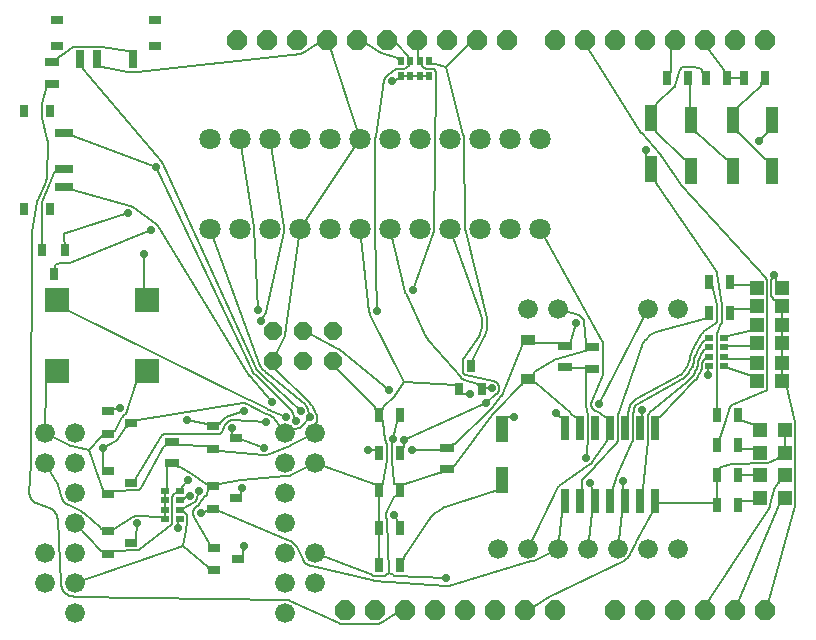
<source format=gtl>
G75*
%MOIN*%
%OFA0B0*%
%FSLAX25Y25*%
%IPPOS*%
%LPD*%
%AMOC8*
5,1,8,0,0,1.08239X$1,22.5*
%
%ADD10R,0.03150X0.04724*%
%ADD11R,0.04724X0.03150*%
%ADD12R,0.04200X0.08600*%
%ADD13OC8,0.06600*%
%ADD14R,0.04724X0.04724*%
%ADD15R,0.03150X0.03937*%
%ADD16R,0.05906X0.02756*%
%ADD17R,0.04803X0.03583*%
%ADD18C,0.06600*%
%ADD19R,0.02500X0.04000*%
%ADD20R,0.02600X0.08000*%
%ADD21R,0.04000X0.02500*%
%ADD22R,0.07874X0.07874*%
%ADD23OC8,0.05937*%
%ADD24R,0.02559X0.01969*%
%ADD25R,0.01969X0.02559*%
%ADD26C,0.07087*%
%ADD27R,0.03937X0.03150*%
%ADD28R,0.02756X0.05906*%
%ADD29C,0.00800*%
%ADD30C,0.02775*%
%ADD31C,0.00600*%
D10*
X0137957Y0030000D03*
X0145043Y0030000D03*
X0145043Y0042500D03*
X0137957Y0042500D03*
X0137957Y0055000D03*
X0145043Y0055000D03*
X0145043Y0067500D03*
X0137957Y0067500D03*
X0137957Y0080000D03*
X0145043Y0080000D03*
X0247957Y0114000D03*
X0255043Y0114000D03*
X0255043Y0124500D03*
X0247957Y0124500D03*
X0250557Y0080000D03*
X0257643Y0080000D03*
X0257543Y0070000D03*
X0250457Y0070000D03*
X0250457Y0060000D03*
X0257543Y0060000D03*
X0257543Y0050000D03*
X0250457Y0050000D03*
X0246957Y0192500D03*
X0241043Y0192500D03*
X0233957Y0192500D03*
X0254043Y0192500D03*
X0259457Y0192500D03*
X0266543Y0192500D03*
D11*
X0209000Y0102543D03*
X0209000Y0095457D03*
X0200000Y0095957D03*
X0200000Y0103043D03*
X0160500Y0069043D03*
X0160500Y0061957D03*
X0069000Y0063957D03*
X0069000Y0071043D03*
X0029000Y0190457D03*
X0029000Y0197543D03*
D12*
X0179000Y0075500D03*
X0179000Y0058500D03*
X0228500Y0162000D03*
X0242000Y0161500D03*
X0256000Y0161500D03*
X0269000Y0161500D03*
X0269000Y0178500D03*
X0256000Y0178500D03*
X0242000Y0178500D03*
X0228500Y0179000D03*
D13*
X0226500Y0205000D03*
X0236500Y0205000D03*
X0246500Y0205000D03*
X0256500Y0205000D03*
X0266500Y0205000D03*
X0216500Y0205000D03*
X0206500Y0205000D03*
X0196500Y0205000D03*
X0180500Y0205000D03*
X0170500Y0205000D03*
X0160500Y0205000D03*
X0150500Y0205000D03*
X0140500Y0205000D03*
X0130500Y0205000D03*
X0120500Y0205000D03*
X0110500Y0205000D03*
X0100500Y0205000D03*
X0090500Y0205000D03*
X0126500Y0015000D03*
X0136500Y0015000D03*
X0146500Y0015000D03*
X0156500Y0015000D03*
X0166500Y0015000D03*
X0176500Y0015000D03*
X0186500Y0015000D03*
X0196500Y0015000D03*
X0216500Y0015000D03*
X0226500Y0015000D03*
X0236500Y0015000D03*
X0246500Y0015000D03*
X0256500Y0015000D03*
X0266500Y0015000D03*
D14*
X0264866Y0052500D03*
X0273134Y0052500D03*
X0273134Y0060000D03*
X0273134Y0067500D03*
X0264866Y0067500D03*
X0264866Y0060000D03*
X0264866Y0075000D03*
X0273134Y0075000D03*
X0272134Y0091500D03*
X0272134Y0097500D03*
X0272134Y0104000D03*
X0272134Y0110000D03*
X0272134Y0116500D03*
X0272134Y0122500D03*
X0263866Y0122500D03*
X0263866Y0116500D03*
X0263866Y0110000D03*
X0263866Y0104000D03*
X0263866Y0097500D03*
X0263866Y0091500D03*
D15*
X0028331Y0148661D03*
X0019669Y0148661D03*
X0019669Y0181339D03*
X0028331Y0181339D03*
D16*
X0032858Y0173858D03*
X0032858Y0162047D03*
X0032858Y0156142D03*
D17*
X0187500Y0104937D03*
X0187500Y0092063D03*
D18*
X0026500Y0024000D03*
X0036500Y0024000D03*
X0036500Y0014000D03*
X0036500Y0034000D03*
X0026500Y0034000D03*
X0036500Y0044000D03*
X0036500Y0054000D03*
X0036500Y0064000D03*
X0026500Y0064000D03*
X0026500Y0074000D03*
X0036500Y0074000D03*
X0106500Y0074000D03*
X0106500Y0064000D03*
X0116500Y0064000D03*
X0116500Y0074000D03*
X0106500Y0054000D03*
X0106500Y0044000D03*
X0106500Y0034000D03*
X0116500Y0034000D03*
X0116500Y0024000D03*
X0106500Y0024000D03*
X0106500Y0014000D03*
X0177500Y0035500D03*
X0187500Y0035500D03*
X0197500Y0035500D03*
X0207500Y0035500D03*
X0217500Y0035500D03*
X0227500Y0035500D03*
X0237500Y0035500D03*
X0237500Y0115500D03*
X0227500Y0115500D03*
X0197500Y0115500D03*
X0187500Y0115500D03*
D19*
X0168500Y0096437D03*
X0164760Y0088563D03*
X0172240Y0088563D03*
X0033240Y0134937D03*
X0025760Y0134937D03*
X0029500Y0127063D03*
D20*
X0200000Y0075600D03*
X0205000Y0075600D03*
X0210000Y0075600D03*
X0215000Y0075600D03*
X0220000Y0075600D03*
X0225000Y0075600D03*
X0230000Y0075600D03*
X0230000Y0051400D03*
X0225000Y0051400D03*
X0220000Y0051400D03*
X0215000Y0051400D03*
X0210000Y0051400D03*
X0205000Y0051400D03*
X0200000Y0051400D03*
D21*
X0090437Y0052500D03*
X0082563Y0048760D03*
X0082563Y0056240D03*
X0082563Y0068760D03*
X0082563Y0076240D03*
X0090437Y0072500D03*
X0055437Y0077500D03*
X0047563Y0073760D03*
X0047563Y0081240D03*
X0047563Y0061240D03*
X0047563Y0053760D03*
X0055437Y0057500D03*
X0047563Y0041240D03*
X0047563Y0033760D03*
X0055437Y0037500D03*
X0083063Y0035740D03*
X0090937Y0032000D03*
X0083063Y0028260D03*
D22*
X0060600Y0094789D03*
X0060600Y0118411D03*
X0030500Y0118311D03*
X0030500Y0094689D03*
D23*
X0102500Y0098000D03*
X0112500Y0098000D03*
X0122500Y0098000D03*
X0122500Y0108000D03*
X0112500Y0108000D03*
X0102500Y0108000D03*
D24*
X0071461Y0054724D03*
X0071461Y0051575D03*
X0071461Y0048425D03*
X0071461Y0045276D03*
X0066539Y0045276D03*
X0066539Y0048425D03*
X0066539Y0051575D03*
X0066539Y0054724D03*
X0248039Y0096276D03*
X0248039Y0099425D03*
X0248039Y0102575D03*
X0248039Y0105724D03*
X0252961Y0105724D03*
X0252961Y0102575D03*
X0252961Y0099425D03*
X0252961Y0096276D03*
D25*
X0154724Y0193039D03*
X0151575Y0193039D03*
X0148425Y0193039D03*
X0145276Y0193039D03*
X0145276Y0197961D03*
X0148425Y0197961D03*
X0151575Y0197961D03*
X0154724Y0197961D03*
D26*
X0151500Y0172000D03*
X0161500Y0172000D03*
X0171500Y0172000D03*
X0181500Y0172000D03*
X0191500Y0172000D03*
X0191500Y0142000D03*
X0181500Y0142000D03*
X0171500Y0142000D03*
X0161500Y0142000D03*
X0151500Y0142000D03*
X0141500Y0142000D03*
X0131500Y0142000D03*
X0121500Y0142000D03*
X0111500Y0142000D03*
X0101500Y0142000D03*
X0091500Y0142000D03*
X0081500Y0142000D03*
X0081500Y0172000D03*
X0091500Y0172000D03*
X0101500Y0172000D03*
X0111500Y0172000D03*
X0121500Y0172000D03*
X0131500Y0172000D03*
X0141500Y0172000D03*
D27*
X0063339Y0203169D03*
X0063339Y0211831D03*
X0030661Y0211831D03*
X0030661Y0203169D03*
D28*
X0038142Y0198642D03*
X0044047Y0198642D03*
X0055858Y0198642D03*
D29*
X0054880Y0201194D01*
X0054480Y0201194D01*
X0054409Y0201201D02*
X0045637Y0202776D01*
X0045425Y0202794D02*
X0036764Y0202794D01*
X0036067Y0202572D02*
X0033327Y0200617D01*
X0033189Y0200533D02*
X0031176Y0199472D01*
X0031175Y0199472D02*
X0031141Y0199452D01*
X0031110Y0199428D01*
X0031080Y0199402D01*
X0031054Y0199373D01*
X0031030Y0199341D01*
X0031010Y0199307D01*
X0030993Y0199272D01*
X0030979Y0199235D01*
X0030970Y0199196D01*
X0030964Y0199157D01*
X0030962Y0199118D01*
X0030962Y0198718D01*
X0029000Y0197543D01*
X0033189Y0200533D02*
X0033236Y0200559D01*
X0033282Y0200588D01*
X0033327Y0200618D01*
X0036066Y0202571D02*
X0036123Y0202609D01*
X0036181Y0202643D01*
X0036241Y0202674D01*
X0036302Y0202702D01*
X0036365Y0202726D01*
X0036430Y0202747D01*
X0036495Y0202764D01*
X0036562Y0202777D01*
X0036628Y0202786D01*
X0036696Y0202792D01*
X0036763Y0202794D01*
X0038142Y0198642D02*
X0039120Y0196089D01*
X0039120Y0195689D01*
X0039214Y0195431D02*
X0065507Y0164191D01*
X0065879Y0163603D02*
X0096985Y0095606D01*
X0097551Y0094791D02*
X0097980Y0094361D01*
X0097981Y0094361D01*
X0099219Y0093123D01*
X0099224Y0093117D01*
X0099296Y0093046D01*
X0099350Y0092994D02*
X0111854Y0081209D01*
X0114394Y0081649D02*
X0114375Y0081748D01*
X0114352Y0081846D01*
X0114325Y0081942D01*
X0114295Y0082038D01*
X0114261Y0082132D01*
X0114223Y0082225D01*
X0114182Y0082317D01*
X0114137Y0082406D01*
X0114089Y0082494D01*
X0114037Y0082580D01*
X0113982Y0082664D01*
X0113924Y0082746D01*
X0113862Y0082825D01*
X0113798Y0082902D01*
X0113731Y0082977D01*
X0113660Y0083048D01*
X0113587Y0083117D01*
X0113512Y0083183D01*
X0100499Y0094113D01*
X0100424Y0094181D02*
X0100353Y0094252D01*
X0100350Y0094254D01*
X0099113Y0095492D01*
X0099112Y0095493D01*
X0098683Y0095922D01*
X0098406Y0096354D02*
X0081500Y0142000D01*
X0096183Y0142750D02*
X0096201Y0142629D01*
X0096215Y0142509D01*
X0096227Y0142388D01*
X0096235Y0142266D01*
X0096236Y0142267D02*
X0097776Y0114897D01*
X0100294Y0114345D02*
X0100271Y0114250D01*
X0100245Y0114155D01*
X0100215Y0114062D01*
X0100181Y0113970D01*
X0100144Y0113879D01*
X0100104Y0113789D01*
X0100060Y0113702D01*
X0100013Y0113616D01*
X0099963Y0113532D01*
X0099962Y0113532D02*
X0098653Y0111435D01*
X0100294Y0114345D02*
X0106133Y0140984D01*
X0106183Y0142750D02*
X0101500Y0172000D01*
X0091500Y0172000D02*
X0096183Y0142750D01*
X0106184Y0142750D02*
X0106204Y0142615D01*
X0106220Y0142479D01*
X0106232Y0142343D01*
X0106239Y0142206D01*
X0106243Y0142070D01*
X0106244Y0141933D01*
X0106240Y0141796D01*
X0106232Y0141660D01*
X0106220Y0141524D01*
X0106204Y0141388D01*
X0106185Y0141253D01*
X0106161Y0141118D01*
X0106134Y0140984D01*
X0111500Y0142000D02*
X0106657Y0106608D01*
X0106536Y0106223D02*
X0103820Y0100922D01*
X0103801Y0100897D01*
X0103518Y0100614D01*
X0102500Y0098000D01*
X0103730Y0095431D01*
X0103730Y0095031D01*
X0114780Y0084192D01*
X0115487Y0083272D02*
X0117053Y0080514D01*
X0117350Y0078791D02*
X0116500Y0074000D01*
X0108525Y0069981D01*
X0108211Y0069838D02*
X0100729Y0066761D01*
X0099519Y0066578D02*
X0084598Y0067908D01*
X0084563Y0067910D01*
X0084163Y0067910D01*
X0082563Y0068760D01*
X0080963Y0069610D01*
X0080552Y0069610D01*
X0071374Y0069869D01*
X0070962Y0069869D01*
X0069000Y0071043D01*
X0067038Y0069869D01*
X0066638Y0069869D01*
X0066599Y0069867D01*
X0066561Y0069862D01*
X0066524Y0069852D01*
X0066487Y0069840D01*
X0066452Y0069823D01*
X0066419Y0069804D01*
X0066388Y0069781D01*
X0066359Y0069756D01*
X0066333Y0069727D01*
X0066309Y0069697D01*
X0066289Y0069664D01*
X0066289Y0069663D02*
X0058485Y0055666D01*
X0057504Y0055052D02*
X0049585Y0054611D01*
X0049563Y0054610D01*
X0049163Y0054610D01*
X0047563Y0053760D01*
X0045963Y0054610D01*
X0045963Y0055010D01*
X0045942Y0055138D02*
X0044427Y0059605D01*
X0044426Y0059606D01*
X0041446Y0068425D01*
X0035620Y0069587D01*
X0034475Y0069981D02*
X0026500Y0074000D01*
X0026963Y0090741D01*
X0026963Y0091152D01*
X0030500Y0094689D01*
X0047563Y0081240D02*
X0049163Y0082090D01*
X0049563Y0082090D01*
X0049594Y0082091D01*
X0051600Y0082250D01*
X0053417Y0080422D02*
X0053483Y0080490D01*
X0053546Y0080560D01*
X0053607Y0080633D01*
X0053665Y0080707D01*
X0053720Y0080784D01*
X0053772Y0080863D01*
X0053822Y0080943D01*
X0053868Y0081025D01*
X0053911Y0081109D01*
X0053952Y0081195D01*
X0053989Y0081282D01*
X0054023Y0081370D01*
X0054053Y0081459D01*
X0054054Y0081459D02*
X0057044Y0090729D01*
X0057063Y0090852D02*
X0057063Y0091252D01*
X0060600Y0094789D01*
X0057063Y0090852D02*
X0057062Y0090821D01*
X0057058Y0090790D01*
X0057052Y0090759D01*
X0057044Y0090729D01*
X0065065Y0099804D02*
X0065070Y0099801D01*
X0094774Y0085076D01*
X0094097Y0083625D02*
X0100212Y0080479D01*
X0100731Y0080255D02*
X0101294Y0080056D01*
X0102474Y0079203D02*
X0106500Y0074000D01*
X0111070Y0075562D01*
X0112155Y0076280D02*
X0114811Y0079241D01*
X0114394Y0081650D01*
X0117053Y0080514D02*
X0117100Y0080427D01*
X0117144Y0080338D01*
X0117184Y0080247D01*
X0117221Y0080155D01*
X0117255Y0080062D01*
X0117284Y0079968D01*
X0117311Y0079872D01*
X0117333Y0079775D01*
X0117352Y0079678D01*
X0117367Y0079580D01*
X0117378Y0079482D01*
X0117385Y0079383D01*
X0117389Y0079284D01*
X0117388Y0079185D01*
X0117384Y0079086D01*
X0117376Y0078987D01*
X0117365Y0078888D01*
X0117349Y0078791D01*
X0115488Y0083272D02*
X0115429Y0083372D01*
X0115367Y0083471D01*
X0115303Y0083568D01*
X0115236Y0083663D01*
X0115166Y0083757D01*
X0115094Y0083848D01*
X0115019Y0083937D01*
X0114942Y0084024D01*
X0114862Y0084109D01*
X0114780Y0084192D01*
X0112155Y0076280D02*
X0112086Y0076206D01*
X0112014Y0076135D01*
X0111940Y0076066D01*
X0111863Y0076001D01*
X0111783Y0075939D01*
X0111701Y0075880D01*
X0111616Y0075824D01*
X0111530Y0075771D01*
X0111441Y0075722D01*
X0111351Y0075677D01*
X0111259Y0075635D01*
X0111165Y0075596D01*
X0111070Y0075562D01*
X0108525Y0069981D02*
X0108422Y0069931D01*
X0108317Y0069883D01*
X0108211Y0069838D01*
X0100728Y0066762D02*
X0100640Y0066727D01*
X0100550Y0066696D01*
X0100459Y0066668D01*
X0100368Y0066644D01*
X0100275Y0066622D01*
X0100182Y0066605D01*
X0100088Y0066590D01*
X0099993Y0066580D01*
X0099898Y0066572D01*
X0099804Y0066569D01*
X0099709Y0066568D01*
X0099614Y0066572D01*
X0099519Y0066578D01*
X0099748Y0069146D02*
X0092568Y0071628D01*
X0092437Y0071650D02*
X0092037Y0071650D01*
X0090437Y0072500D01*
X0089104Y0073350D01*
X0089104Y0075728D01*
X0089260Y0078301D02*
X0089161Y0078305D01*
X0089063Y0078306D01*
X0088964Y0078302D01*
X0088866Y0078295D01*
X0088768Y0078284D01*
X0088671Y0078269D01*
X0088574Y0078251D01*
X0088478Y0078229D01*
X0088383Y0078203D01*
X0088289Y0078174D01*
X0088196Y0078141D01*
X0088104Y0078104D01*
X0088014Y0078064D01*
X0087926Y0078021D01*
X0087839Y0077974D01*
X0087754Y0077924D01*
X0087671Y0077871D01*
X0087590Y0077815D01*
X0087511Y0077755D01*
X0087435Y0077693D01*
X0087361Y0077628D01*
X0087290Y0077560D01*
X0087221Y0077489D01*
X0087155Y0077416D01*
X0087092Y0077340D01*
X0087032Y0077262D01*
X0086975Y0077182D01*
X0086921Y0077099D01*
X0086870Y0077015D01*
X0086823Y0076929D01*
X0086778Y0076841D01*
X0085646Y0074472D01*
X0085615Y0074412D01*
X0085581Y0074354D01*
X0085543Y0074298D01*
X0085503Y0074244D01*
X0085459Y0074192D01*
X0085413Y0074143D01*
X0085364Y0074097D01*
X0085313Y0074053D01*
X0085259Y0074012D01*
X0085203Y0073975D01*
X0085145Y0073940D01*
X0085085Y0073909D01*
X0085023Y0073882D01*
X0084960Y0073858D01*
X0084896Y0073837D01*
X0084831Y0073820D01*
X0084764Y0073807D01*
X0084698Y0073798D01*
X0084630Y0073792D01*
X0084563Y0073790D01*
X0080563Y0073790D01*
X0080559Y0073790D01*
X0071366Y0073818D01*
X0071362Y0073818D01*
X0066638Y0073818D01*
X0065607Y0073233D02*
X0057093Y0058955D01*
X0057037Y0058750D02*
X0057037Y0058350D01*
X0055437Y0057500D01*
X0057504Y0055052D02*
X0057571Y0055057D01*
X0057637Y0055067D01*
X0057703Y0055080D01*
X0057768Y0055097D01*
X0057832Y0055117D01*
X0057895Y0055141D01*
X0057956Y0055168D01*
X0058016Y0055199D01*
X0058073Y0055233D01*
X0058129Y0055270D01*
X0058183Y0055310D01*
X0058234Y0055353D01*
X0058283Y0055399D01*
X0058329Y0055448D01*
X0058373Y0055499D01*
X0058413Y0055552D01*
X0058451Y0055608D01*
X0058485Y0055666D01*
X0057037Y0058750D02*
X0057039Y0058786D01*
X0057043Y0058821D01*
X0057051Y0058856D01*
X0057062Y0058890D01*
X0057076Y0058923D01*
X0057093Y0058955D01*
X0047563Y0061240D02*
X0045963Y0062090D01*
X0045963Y0062490D01*
X0045963Y0062498D01*
X0045837Y0068851D01*
X0050185Y0071483D01*
X0050515Y0071780D02*
X0053754Y0076007D01*
X0053837Y0076250D02*
X0053837Y0076650D01*
X0055437Y0077500D01*
X0057037Y0078350D01*
X0057437Y0078350D01*
X0057499Y0078355D02*
X0092517Y0083879D01*
X0092918Y0081332D02*
X0087833Y0079708D01*
X0089259Y0078301D02*
X0100435Y0077626D01*
X0102474Y0079203D02*
X0102412Y0079280D01*
X0102348Y0079354D01*
X0102280Y0079426D01*
X0102210Y0079495D01*
X0102138Y0079562D01*
X0102063Y0079625D01*
X0101985Y0079686D01*
X0101905Y0079744D01*
X0101824Y0079798D01*
X0101740Y0079850D01*
X0101654Y0079898D01*
X0101566Y0079943D01*
X0101477Y0079984D01*
X0101386Y0080022D01*
X0101294Y0080057D01*
X0100731Y0080255D02*
X0100625Y0080294D01*
X0100520Y0080336D01*
X0100416Y0080381D01*
X0100314Y0080429D01*
X0100212Y0080479D01*
X0102123Y0084194D02*
X0094902Y0092954D01*
X0094413Y0093640D02*
X0064244Y0142961D01*
X0063575Y0143691D02*
X0055883Y0149359D01*
X0055052Y0149766D02*
X0035919Y0155149D01*
X0035811Y0155164D02*
X0035411Y0155164D01*
X0032858Y0156142D01*
X0035811Y0155164D02*
X0035848Y0155162D01*
X0035884Y0155157D01*
X0035919Y0155149D01*
X0034857Y0130678D02*
X0034599Y0130644D01*
X0034341Y0130617D01*
X0034082Y0130595D01*
X0033823Y0130579D01*
X0033564Y0130569D01*
X0033304Y0130565D01*
X0033044Y0130567D01*
X0032785Y0130574D01*
X0032525Y0130588D01*
X0032266Y0130607D01*
X0032008Y0130632D01*
X0031750Y0130663D01*
X0029850Y0130163D01*
X0029500Y0127063D01*
X0034857Y0130678D02*
X0062045Y0141615D01*
X0064244Y0142960D02*
X0064190Y0143044D01*
X0064134Y0143126D01*
X0064074Y0143206D01*
X0064011Y0143283D01*
X0063945Y0143358D01*
X0063876Y0143430D01*
X0063804Y0143499D01*
X0063730Y0143566D01*
X0063653Y0143630D01*
X0063574Y0143690D01*
X0055883Y0149359D02*
X0055807Y0149413D01*
X0055730Y0149464D01*
X0055650Y0149513D01*
X0055569Y0149558D01*
X0055486Y0149600D01*
X0055401Y0149640D01*
X0055316Y0149676D01*
X0055229Y0149709D01*
X0055141Y0149739D01*
X0055052Y0149766D01*
X0054354Y0147284D02*
X0033613Y0140557D01*
X0033490Y0140537D02*
X0033090Y0140537D01*
X0033240Y0134937D01*
X0033490Y0140537D02*
X0033521Y0140538D01*
X0033552Y0140542D01*
X0033583Y0140548D01*
X0033613Y0140557D01*
X0025556Y0140537D02*
X0025760Y0134937D01*
X0022310Y0140943D02*
X0022312Y0141007D01*
X0022318Y0141072D01*
X0022327Y0141136D01*
X0022310Y0140943D02*
X0022000Y0074021D01*
X0022000Y0064000D01*
X0022004Y0063800D02*
X0021404Y0053818D01*
X0021427Y0053690D01*
X0021453Y0053562D01*
X0021482Y0053436D01*
X0021516Y0053310D01*
X0021553Y0053185D01*
X0021594Y0053062D01*
X0021639Y0052939D01*
X0021687Y0052818D01*
X0021739Y0052699D01*
X0021794Y0052581D01*
X0021852Y0052465D01*
X0021915Y0052351D01*
X0021980Y0052238D01*
X0022049Y0052128D01*
X0022121Y0052019D01*
X0022196Y0051913D01*
X0022274Y0051809D01*
X0022355Y0051708D01*
X0022440Y0051608D01*
X0022527Y0051512D01*
X0022617Y0051418D01*
X0022710Y0051326D01*
X0022805Y0051238D01*
X0022903Y0051152D01*
X0023003Y0051070D01*
X0023106Y0050990D01*
X0023211Y0050913D01*
X0023319Y0050840D01*
X0023428Y0050769D01*
X0023540Y0050702D01*
X0023653Y0050639D01*
X0032437Y0052066D02*
X0030902Y0056762D01*
X0030750Y0057368D02*
X0026500Y0064000D01*
X0022000Y0064000D02*
X0022001Y0063900D01*
X0022004Y0063800D01*
X0032437Y0052066D02*
X0032495Y0051947D01*
X0032557Y0051831D01*
X0032623Y0051716D01*
X0032692Y0051603D01*
X0032764Y0051492D01*
X0032839Y0051384D01*
X0032917Y0051277D01*
X0032999Y0051173D01*
X0033083Y0051072D01*
X0033171Y0050972D01*
X0033261Y0050876D01*
X0033354Y0050782D01*
X0033450Y0050691D01*
X0033549Y0050603D01*
X0033650Y0050518D01*
X0033753Y0050436D01*
X0033859Y0050356D01*
X0033967Y0050280D01*
X0034077Y0050208D01*
X0034190Y0050138D01*
X0034304Y0050072D01*
X0034421Y0050009D01*
X0034539Y0049950D01*
X0038461Y0048050D01*
X0039493Y0047361D02*
X0045297Y0042191D01*
X0045563Y0042090D02*
X0045963Y0042090D01*
X0047563Y0041240D01*
X0049163Y0042090D01*
X0049563Y0042090D01*
X0049774Y0042150D02*
X0056063Y0046047D01*
X0057612Y0046426D02*
X0065230Y0045861D01*
X0065260Y0045860D01*
X0065660Y0045860D01*
X0066539Y0045276D01*
X0066539Y0048425D01*
X0066539Y0051575D01*
X0066539Y0054724D01*
X0067419Y0055309D01*
X0067419Y0062782D01*
X0069000Y0063957D01*
X0070962Y0062782D01*
X0071362Y0062782D01*
X0071563Y0062728D02*
X0075494Y0060452D01*
X0075655Y0060351D02*
X0080338Y0057159D01*
X0080563Y0057090D02*
X0080963Y0057090D01*
X0082563Y0056240D01*
X0084163Y0057090D01*
X0084563Y0057090D01*
X0084627Y0057095D02*
X0091800Y0058265D01*
X0091801Y0058265D02*
X0091868Y0058275D01*
X0091936Y0058283D01*
X0092004Y0058289D01*
X0092215Y0055720D02*
X0092037Y0053750D01*
X0092037Y0053350D01*
X0090437Y0052500D01*
X0084716Y0047880D02*
X0108220Y0038158D01*
X0110550Y0035961D02*
X0112450Y0032039D01*
X0115482Y0029617D02*
X0135748Y0024910D01*
X0136166Y0024846D02*
X0160235Y0022984D01*
X0161159Y0023081D02*
X0188767Y0031182D01*
X0189525Y0031481D02*
X0197500Y0035500D01*
X0199096Y0047346D01*
X0199100Y0047400D02*
X0199100Y0047800D01*
X0200000Y0051400D01*
X0205000Y0051400D02*
X0205551Y0055000D01*
X0205551Y0055400D01*
X0205551Y0057361D01*
X0206289Y0059167D02*
X0209850Y0062795D01*
X0209948Y0062898D02*
X0217184Y0070789D01*
X0217500Y0071600D02*
X0217500Y0079600D01*
X0217568Y0079998D02*
X0225697Y0103137D01*
X0225728Y0103205D02*
X0226758Y0104990D01*
X0226822Y0105073D02*
X0228280Y0106530D01*
X0228363Y0106594D02*
X0228431Y0106633D01*
X0230148Y0107624D01*
X0230242Y0107664D02*
X0230318Y0107685D01*
X0230319Y0107685D01*
X0246277Y0112024D01*
X0246382Y0112038D02*
X0246782Y0112038D01*
X0247957Y0114000D01*
X0252289Y0116362D02*
X0252287Y0116465D01*
X0252281Y0116567D01*
X0252272Y0116670D01*
X0252258Y0116771D01*
X0252259Y0116771D02*
X0250718Y0127040D01*
X0250526Y0127535D02*
X0230269Y0157476D01*
X0230200Y0157700D02*
X0230200Y0158100D01*
X0228500Y0162000D01*
X0226906Y0165900D01*
X0226906Y0166300D01*
X0226906Y0168282D01*
X0231500Y0167093D02*
X0231543Y0167042D01*
X0231583Y0166988D01*
X0238917Y0156512D01*
X0239011Y0156393D02*
X0267004Y0125567D01*
X0267276Y0124862D02*
X0267276Y0120138D01*
X0267289Y0119883D02*
X0267422Y0118585D01*
X0267428Y0118462D02*
X0267428Y0089138D01*
X0267426Y0089071D01*
X0267420Y0089003D01*
X0267411Y0088937D01*
X0267398Y0088871D01*
X0267381Y0088805D01*
X0267360Y0088741D01*
X0267336Y0088678D01*
X0267309Y0088616D01*
X0267278Y0088557D01*
X0267243Y0088499D01*
X0267206Y0088442D01*
X0267165Y0088389D01*
X0267122Y0088337D01*
X0267075Y0088288D01*
X0267026Y0088242D01*
X0266975Y0088199D01*
X0266921Y0088158D01*
X0266865Y0088121D01*
X0266806Y0088087D01*
X0266746Y0088056D01*
X0266685Y0088028D01*
X0255612Y0083472D01*
X0254920Y0082710D02*
X0253280Y0077290D01*
X0253268Y0077252D02*
X0251653Y0072491D01*
X0251631Y0072362D02*
X0251631Y0071962D01*
X0250457Y0070000D01*
X0251631Y0072362D02*
X0251632Y0072395D01*
X0251636Y0072427D01*
X0251643Y0072459D01*
X0251652Y0072491D01*
X0253268Y0077252D02*
X0253280Y0077290D01*
X0250557Y0080000D02*
X0250500Y0081962D01*
X0250500Y0082362D01*
X0250500Y0106709D01*
X0250598Y0107180D02*
X0252060Y0110537D01*
X0252289Y0111638D02*
X0252289Y0116362D01*
X0250711Y0116362D02*
X0250711Y0111638D01*
X0250221Y0110681D02*
X0246058Y0107682D01*
X0245726Y0107318D02*
X0242970Y0102644D01*
X0242726Y0102166D02*
X0242005Y0100511D01*
X0241608Y0099035D02*
X0241593Y0098907D01*
X0241582Y0098848D02*
X0241566Y0098790D01*
X0241560Y0098769D01*
X0241533Y0098669D01*
X0241530Y0098656D01*
X0241283Y0097729D01*
X0241282Y0097729D01*
X0241050Y0096859D01*
X0241011Y0096764D02*
X0240972Y0096695D01*
X0240970Y0096694D01*
X0239980Y0094977D01*
X0239916Y0094894D02*
X0238459Y0093437D01*
X0238378Y0093374D02*
X0238309Y0093334D01*
X0238307Y0093333D01*
X0236591Y0092343D01*
X0236581Y0092337D01*
X0223493Y0085252D01*
X0224254Y0083845D02*
X0237343Y0090930D01*
X0237391Y0090957D02*
X0239107Y0091947D01*
X0239116Y0091952D01*
X0239184Y0091992D01*
X0239591Y0092305D02*
X0241048Y0093762D01*
X0241371Y0094187D02*
X0242352Y0095908D01*
X0242576Y0096510D02*
X0242875Y0098025D01*
X0242941Y0098306D02*
X0242963Y0098387D01*
X0242964Y0098391D01*
X0242966Y0098397D01*
X0243039Y0098640D02*
X0243354Y0099581D01*
X0243472Y0099885D02*
X0244196Y0101535D01*
X0244348Y0101832D02*
X0245726Y0104169D01*
X0245877Y0104372D02*
X0246466Y0105011D01*
X0246760Y0105140D02*
X0247160Y0105140D01*
X0248039Y0105724D01*
X0246760Y0105140D02*
X0246723Y0105138D01*
X0246687Y0105133D01*
X0246651Y0105125D01*
X0246616Y0105113D01*
X0246583Y0105098D01*
X0246550Y0105081D01*
X0246520Y0105060D01*
X0246492Y0105037D01*
X0246466Y0105011D01*
X0245878Y0104372D02*
X0245836Y0104324D01*
X0245797Y0104274D01*
X0245760Y0104222D01*
X0245727Y0104169D01*
X0246760Y0101991D02*
X0247160Y0101991D01*
X0248039Y0102575D01*
X0246760Y0101991D02*
X0246723Y0101989D01*
X0246687Y0101984D01*
X0246651Y0101976D01*
X0246616Y0101964D01*
X0246583Y0101949D01*
X0246550Y0101932D01*
X0246520Y0101911D01*
X0246492Y0101888D01*
X0246466Y0101862D01*
X0246466Y0101861D02*
X0245877Y0101222D01*
X0245668Y0100907D02*
X0244479Y0098299D01*
X0244271Y0097554D02*
X0244144Y0096478D01*
X0243743Y0095210D02*
X0242802Y0093467D01*
X0242179Y0092631D02*
X0240722Y0091174D01*
X0240478Y0090951D02*
X0227933Y0080523D01*
X0227500Y0079600D02*
X0227500Y0071600D01*
X0227494Y0071481D02*
X0225902Y0055439D01*
X0225900Y0055400D02*
X0225900Y0055000D01*
X0225000Y0051400D01*
X0220000Y0051400D02*
X0219377Y0055000D01*
X0219377Y0055400D01*
X0219377Y0058079D01*
X0216908Y0058819D02*
X0216933Y0058899D01*
X0216961Y0058978D01*
X0216991Y0059056D01*
X0217024Y0059133D01*
X0217025Y0059134D02*
X0222395Y0071109D01*
X0222500Y0071600D02*
X0222500Y0079600D01*
X0222521Y0079825D02*
X0222949Y0082062D01*
X0221378Y0082363D02*
X0220950Y0080126D01*
X0220900Y0079600D02*
X0220900Y0079200D01*
X0220000Y0075600D01*
X0225000Y0075600D02*
X0225481Y0079200D01*
X0225481Y0079600D01*
X0225481Y0081578D01*
X0223492Y0085252D02*
X0223381Y0085190D01*
X0223272Y0085124D01*
X0223164Y0085055D01*
X0223059Y0084983D01*
X0222956Y0084907D01*
X0222856Y0084828D01*
X0222758Y0084747D01*
X0222662Y0084662D01*
X0222570Y0084575D01*
X0222479Y0084484D01*
X0222392Y0084391D01*
X0222308Y0084296D01*
X0222226Y0084197D01*
X0222148Y0084097D01*
X0222072Y0083994D01*
X0222000Y0083889D01*
X0221931Y0083781D01*
X0221865Y0083672D01*
X0221803Y0083560D01*
X0221744Y0083447D01*
X0221689Y0083332D01*
X0221637Y0083215D01*
X0221589Y0083097D01*
X0221544Y0082978D01*
X0221504Y0082857D01*
X0221466Y0082735D01*
X0221433Y0082612D01*
X0221403Y0082488D01*
X0221377Y0082363D01*
X0222521Y0079825D02*
X0222512Y0079769D01*
X0222505Y0079713D01*
X0222501Y0079656D01*
X0222500Y0079600D01*
X0220900Y0079600D02*
X0220901Y0079688D01*
X0220906Y0079776D01*
X0220913Y0079864D01*
X0220922Y0079952D01*
X0220935Y0080039D01*
X0220950Y0080126D01*
X0217568Y0079997D02*
X0217547Y0079933D01*
X0217530Y0079868D01*
X0217517Y0079801D01*
X0217508Y0079735D01*
X0217502Y0079667D01*
X0217500Y0079600D01*
X0214100Y0079200D02*
X0215000Y0075600D01*
X0214100Y0072000D01*
X0214100Y0071600D01*
X0214026Y0071369D02*
X0208973Y0064232D01*
X0208346Y0063609D02*
X0198012Y0056383D01*
X0197625Y0055933D02*
X0187500Y0035500D01*
X0189525Y0031482D02*
X0189420Y0031431D01*
X0189314Y0031382D01*
X0189207Y0031337D01*
X0189098Y0031294D01*
X0188989Y0031254D01*
X0188878Y0031217D01*
X0188767Y0031182D01*
X0194609Y0019380D02*
X0219466Y0031452D01*
X0221550Y0033539D02*
X0223450Y0037461D01*
X0223601Y0037746D02*
X0229046Y0047200D01*
X0229100Y0047400D02*
X0229100Y0047800D01*
X0230000Y0051400D01*
X0230900Y0050700D01*
X0249282Y0050700D01*
X0250457Y0050000D01*
X0250457Y0060000D01*
X0251631Y0061962D01*
X0251631Y0062362D01*
X0251632Y0062362D02*
X0251634Y0062401D01*
X0251640Y0062440D01*
X0251649Y0062477D01*
X0251662Y0062514D01*
X0251679Y0062550D01*
X0251699Y0062583D01*
X0251722Y0062615D01*
X0251748Y0062644D01*
X0251777Y0062670D01*
X0251808Y0062693D01*
X0251841Y0062714D01*
X0251876Y0062731D01*
X0251913Y0062744D01*
X0251951Y0062754D01*
X0251950Y0062754D02*
X0255725Y0063537D01*
X0255929Y0063561D02*
X0267268Y0063939D01*
X0267770Y0064067D02*
X0270591Y0065495D01*
X0270772Y0065538D02*
X0271172Y0065538D01*
X0273134Y0067500D01*
X0273134Y0075000D01*
X0276696Y0077362D02*
X0276694Y0077428D01*
X0276689Y0077494D01*
X0276680Y0077560D01*
X0276667Y0077625D01*
X0274106Y0089050D01*
X0274096Y0089138D02*
X0274096Y0089538D01*
X0272134Y0091500D01*
X0272134Y0097500D01*
X0272134Y0104000D01*
X0272134Y0110000D01*
X0272134Y0116500D01*
X0270172Y0118462D01*
X0269772Y0118462D01*
X0269427Y0118659D02*
X0268869Y0119606D01*
X0268724Y0120138D02*
X0268724Y0124862D01*
X0268807Y0125272D02*
X0269472Y0126836D01*
X0269868Y0125943D02*
X0270155Y0124976D01*
X0270172Y0124862D02*
X0270172Y0124462D01*
X0272134Y0122500D01*
X0268724Y0124862D02*
X0268726Y0124922D01*
X0268731Y0124982D01*
X0268740Y0125042D01*
X0268752Y0125101D01*
X0268767Y0125159D01*
X0268786Y0125216D01*
X0268808Y0125272D01*
X0270155Y0124976D02*
X0270165Y0124938D01*
X0270170Y0124900D01*
X0270172Y0124862D01*
X0267276Y0124862D02*
X0267274Y0124926D01*
X0267268Y0124990D01*
X0267258Y0125054D01*
X0267245Y0125117D01*
X0267227Y0125179D01*
X0267206Y0125240D01*
X0267181Y0125299D01*
X0267152Y0125357D01*
X0267120Y0125412D01*
X0267084Y0125466D01*
X0267046Y0125518D01*
X0267004Y0125567D01*
X0269472Y0126837D02*
X0269534Y0126731D01*
X0269592Y0126623D01*
X0269647Y0126514D01*
X0269699Y0126403D01*
X0269747Y0126290D01*
X0269791Y0126176D01*
X0269831Y0126060D01*
X0269868Y0125943D01*
X0263866Y0122500D02*
X0261904Y0123500D01*
X0261504Y0123500D01*
X0256618Y0123500D01*
X0256218Y0123500D01*
X0255043Y0124500D01*
X0249131Y0122138D02*
X0249133Y0122101D01*
X0249138Y0122064D01*
X0249146Y0122028D01*
X0249147Y0122028D02*
X0250666Y0116685D01*
X0250665Y0116684D02*
X0250681Y0116621D01*
X0250694Y0116557D01*
X0250703Y0116492D01*
X0250708Y0116427D01*
X0250710Y0116362D01*
X0252290Y0111638D02*
X0252288Y0111535D01*
X0252282Y0111432D01*
X0252273Y0111329D01*
X0252259Y0111227D01*
X0252242Y0111126D01*
X0252221Y0111025D01*
X0252196Y0110925D01*
X0252168Y0110826D01*
X0252136Y0110728D01*
X0252100Y0110632D01*
X0252060Y0110536D01*
X0250710Y0111638D02*
X0250708Y0111572D01*
X0250703Y0111507D01*
X0250694Y0111442D01*
X0250681Y0111378D01*
X0250665Y0111314D01*
X0250645Y0111252D01*
X0250622Y0111190D01*
X0250595Y0111130D01*
X0250565Y0111072D01*
X0250532Y0111015D01*
X0250496Y0110960D01*
X0250457Y0110908D01*
X0250415Y0110857D01*
X0250370Y0110809D01*
X0250322Y0110764D01*
X0250272Y0110721D01*
X0250220Y0110682D01*
X0246382Y0112038D02*
X0246346Y0112036D01*
X0246311Y0112032D01*
X0246276Y0112024D01*
X0246058Y0107682D02*
X0246009Y0107645D01*
X0245961Y0107605D01*
X0245916Y0107562D01*
X0245873Y0107517D01*
X0245832Y0107470D01*
X0245794Y0107421D01*
X0245759Y0107371D01*
X0245726Y0107318D01*
X0250500Y0106708D02*
X0250502Y0106769D01*
X0250506Y0106829D01*
X0250514Y0106890D01*
X0250525Y0106949D01*
X0250539Y0107008D01*
X0250556Y0107067D01*
X0250576Y0107124D01*
X0250598Y0107180D01*
X0252961Y0105724D02*
X0253840Y0106309D01*
X0254240Y0106309D01*
X0254334Y0106320D02*
X0261410Y0108027D01*
X0261504Y0108038D02*
X0261904Y0108038D01*
X0263866Y0110000D01*
X0261503Y0108038D02*
X0261472Y0108037D01*
X0261441Y0108033D01*
X0261410Y0108027D01*
X0263866Y0104000D02*
X0261904Y0103159D01*
X0261504Y0103159D01*
X0254240Y0103159D01*
X0253840Y0103159D01*
X0252961Y0102575D01*
X0252961Y0099425D02*
X0253840Y0098841D01*
X0254240Y0098841D01*
X0261504Y0098841D01*
X0261904Y0098841D01*
X0263866Y0097500D01*
X0261504Y0093462D02*
X0261474Y0093463D01*
X0261444Y0093467D01*
X0261414Y0093472D01*
X0261385Y0093480D01*
X0254359Y0095673D01*
X0254240Y0095691D02*
X0253840Y0095691D01*
X0252961Y0096276D01*
X0254240Y0095691D02*
X0254270Y0095690D01*
X0254300Y0095686D01*
X0254330Y0095681D01*
X0254359Y0095673D01*
X0248039Y0096276D02*
X0247516Y0095691D01*
X0247516Y0095291D01*
X0247516Y0093265D01*
X0245175Y0094691D02*
X0244314Y0092911D01*
X0243380Y0091570D02*
X0231588Y0079322D01*
X0231300Y0079200D02*
X0230900Y0079200D01*
X0230000Y0075600D01*
X0227500Y0079600D02*
X0227502Y0079666D01*
X0227507Y0079731D01*
X0227516Y0079797D01*
X0227529Y0079861D01*
X0227545Y0079925D01*
X0227564Y0079988D01*
X0227587Y0080049D01*
X0227614Y0080110D01*
X0227643Y0080169D01*
X0227676Y0080226D01*
X0227712Y0080281D01*
X0227751Y0080334D01*
X0227792Y0080385D01*
X0227837Y0080433D01*
X0227884Y0080480D01*
X0227933Y0080523D01*
X0224254Y0083845D02*
X0224167Y0083796D01*
X0224083Y0083744D01*
X0224000Y0083688D01*
X0223920Y0083630D01*
X0223842Y0083568D01*
X0223767Y0083504D01*
X0223694Y0083436D01*
X0223624Y0083366D01*
X0223556Y0083293D01*
X0223492Y0083218D01*
X0223430Y0083140D01*
X0223372Y0083060D01*
X0223316Y0082978D01*
X0223264Y0082893D01*
X0223215Y0082807D01*
X0223169Y0082719D01*
X0223127Y0082629D01*
X0223088Y0082538D01*
X0223053Y0082445D01*
X0223022Y0082351D01*
X0222994Y0082255D01*
X0222969Y0082159D01*
X0222949Y0082062D01*
X0231300Y0079200D02*
X0231336Y0079202D01*
X0231371Y0079206D01*
X0231406Y0079214D01*
X0231440Y0079225D01*
X0231473Y0079239D01*
X0231504Y0079256D01*
X0231534Y0079276D01*
X0231562Y0079298D01*
X0231588Y0079322D01*
X0227500Y0071600D02*
X0227499Y0071540D01*
X0227494Y0071481D01*
X0222500Y0071600D02*
X0222498Y0071537D01*
X0222493Y0071474D01*
X0222485Y0071411D01*
X0222473Y0071349D01*
X0222459Y0071287D01*
X0222440Y0071227D01*
X0222419Y0071167D01*
X0222395Y0071109D01*
X0217500Y0071600D02*
X0217498Y0071531D01*
X0217492Y0071463D01*
X0217482Y0071395D01*
X0217469Y0071328D01*
X0217451Y0071262D01*
X0217430Y0071197D01*
X0217405Y0071133D01*
X0217377Y0071071D01*
X0217345Y0071010D01*
X0217310Y0070951D01*
X0217271Y0070895D01*
X0217229Y0070841D01*
X0217184Y0070789D01*
X0214100Y0071600D02*
X0214098Y0071565D01*
X0214094Y0071530D01*
X0214086Y0071495D01*
X0214075Y0071462D01*
X0214062Y0071429D01*
X0214045Y0071398D01*
X0214026Y0071369D01*
X0207500Y0071600D02*
X0207500Y0079600D01*
X0207493Y0079730D02*
X0207110Y0083259D01*
X0207085Y0083710D02*
X0207085Y0093882D01*
X0207085Y0094282D01*
X0209000Y0095457D01*
X0207038Y0095707D01*
X0206638Y0095707D01*
X0202362Y0095707D01*
X0201962Y0095707D01*
X0200000Y0095957D01*
X0197304Y0098684D02*
X0197246Y0098665D01*
X0197188Y0098644D01*
X0197132Y0098619D01*
X0197077Y0098592D01*
X0197023Y0098562D01*
X0197024Y0098563D02*
X0189697Y0094198D01*
X0189502Y0093854D02*
X0189502Y0093454D01*
X0187500Y0092063D01*
X0185498Y0090672D01*
X0185498Y0090272D01*
X0185383Y0089990D02*
X0176619Y0081146D01*
X0176200Y0080775D02*
X0176168Y0080751D01*
X0175935Y0080514D02*
X0163184Y0063293D01*
X0162862Y0063131D02*
X0162462Y0063131D01*
X0160500Y0061957D01*
X0158538Y0060782D01*
X0158138Y0060782D01*
X0158011Y0060761D02*
X0146745Y0056983D01*
X0146618Y0056962D02*
X0146218Y0056962D01*
X0145043Y0055000D01*
X0143869Y0053038D01*
X0143469Y0053038D01*
X0143468Y0053038D02*
X0143429Y0053036D01*
X0143390Y0053030D01*
X0143351Y0053021D01*
X0143314Y0053007D01*
X0143279Y0052990D01*
X0143245Y0052970D01*
X0143213Y0052946D01*
X0143184Y0052920D01*
X0143158Y0052890D01*
X0143134Y0052859D01*
X0143114Y0052825D01*
X0143115Y0052824D02*
X0140536Y0047932D01*
X0140548Y0045506D02*
X0140587Y0045432D01*
X0140731Y0044907D02*
X0141383Y0027383D01*
X0142907Y0026577D01*
X0143406Y0026439D02*
X0160433Y0025554D01*
X0160235Y0022984D02*
X0160328Y0022978D01*
X0160421Y0022976D01*
X0160515Y0022977D01*
X0160608Y0022982D01*
X0160701Y0022990D01*
X0160794Y0023001D01*
X0160887Y0023016D01*
X0160978Y0023034D01*
X0161069Y0023056D01*
X0161159Y0023080D01*
X0146500Y0015000D02*
X0143600Y0013633D01*
X0143200Y0013633D01*
X0138505Y0010684D01*
X0137867Y0010500D02*
X0125133Y0010500D01*
X0124631Y0010610D02*
X0108381Y0018088D01*
X0106564Y0018500D02*
X0036436Y0019500D01*
X0036304Y0019504D01*
X0036173Y0019512D01*
X0036042Y0019523D01*
X0035911Y0019539D01*
X0035781Y0019558D01*
X0035652Y0019581D01*
X0035523Y0019607D01*
X0035395Y0019638D01*
X0035268Y0019672D01*
X0035142Y0019710D01*
X0035017Y0019751D01*
X0034893Y0019797D01*
X0034771Y0019845D01*
X0034651Y0019898D01*
X0034531Y0019953D01*
X0034414Y0020013D01*
X0034298Y0020075D01*
X0034185Y0020141D01*
X0034073Y0020211D01*
X0033963Y0020283D01*
X0033856Y0020359D01*
X0033750Y0020438D01*
X0033647Y0020520D01*
X0033547Y0020605D01*
X0033449Y0020692D01*
X0033353Y0020783D01*
X0033261Y0020876D01*
X0033171Y0020972D01*
X0033084Y0021071D01*
X0033000Y0021172D01*
X0032918Y0021276D01*
X0032840Y0021381D01*
X0032765Y0021490D01*
X0032694Y0021600D01*
X0032625Y0021712D01*
X0032560Y0021826D01*
X0032498Y0021942D01*
X0032440Y0022060D01*
X0032385Y0022180D01*
X0032333Y0022301D01*
X0032285Y0022423D01*
X0032241Y0022547D01*
X0032200Y0022672D01*
X0032163Y0022799D01*
X0032130Y0022926D01*
X0032101Y0023054D01*
X0032075Y0023183D01*
X0032053Y0023313D01*
X0032035Y0023443D01*
X0032020Y0023574D01*
X0032010Y0023705D01*
X0036500Y0024000D02*
X0072543Y0036488D01*
X0080798Y0029210D01*
X0081063Y0029110D02*
X0081463Y0029110D01*
X0083063Y0028260D01*
X0081063Y0029110D02*
X0081027Y0029112D01*
X0080991Y0029117D01*
X0080956Y0029125D01*
X0080922Y0029136D01*
X0080888Y0029150D01*
X0080857Y0029167D01*
X0080827Y0029187D01*
X0080798Y0029210D01*
X0083063Y0035740D02*
X0081463Y0036590D01*
X0081463Y0036990D01*
X0081411Y0037187D02*
X0076341Y0046179D01*
X0073940Y0046260D02*
X0073940Y0044291D01*
X0073926Y0044107D02*
X0073585Y0041917D01*
X0073569Y0041827D02*
X0072543Y0036488D01*
X0071038Y0042313D02*
X0071038Y0044291D01*
X0071038Y0044691D01*
X0071461Y0045276D01*
X0073940Y0046260D02*
X0073938Y0046329D01*
X0073932Y0046397D01*
X0073922Y0046465D01*
X0073909Y0046532D01*
X0073891Y0046599D01*
X0073870Y0046664D01*
X0073845Y0046728D01*
X0073816Y0046791D01*
X0073784Y0046851D01*
X0073749Y0046910D01*
X0073710Y0046967D01*
X0073668Y0047021D01*
X0073623Y0047073D01*
X0073034Y0047712D01*
X0072740Y0047841D02*
X0072340Y0047841D01*
X0071461Y0048425D01*
X0072340Y0049009D01*
X0072740Y0049009D01*
X0072935Y0049060D02*
X0076090Y0050815D01*
X0077098Y0049550D02*
X0077248Y0049656D01*
X0078081Y0050435D02*
X0080102Y0052926D01*
X0080533Y0053696D02*
X0080941Y0054857D01*
X0080963Y0054990D02*
X0080963Y0055390D01*
X0082563Y0056240D01*
X0080563Y0057090D02*
X0080523Y0057092D01*
X0080484Y0057098D01*
X0080445Y0057108D01*
X0080408Y0057121D01*
X0080372Y0057139D01*
X0080338Y0057159D01*
X0080963Y0054991D02*
X0080962Y0054957D01*
X0080957Y0054923D01*
X0080950Y0054890D01*
X0080941Y0054858D01*
X0078100Y0054550D02*
X0077265Y0052204D01*
X0080102Y0052926D02*
X0080163Y0053003D01*
X0080220Y0053083D01*
X0080275Y0053166D01*
X0080326Y0053250D01*
X0080374Y0053336D01*
X0080419Y0053424D01*
X0080460Y0053513D01*
X0080498Y0053604D01*
X0080533Y0053697D01*
X0082563Y0048760D02*
X0080963Y0047910D01*
X0080563Y0047910D01*
X0080469Y0047899D02*
X0078586Y0047445D01*
X0077098Y0049550D02*
X0077018Y0049491D01*
X0076940Y0049429D01*
X0076865Y0049364D01*
X0076792Y0049296D01*
X0076722Y0049225D01*
X0076654Y0049152D01*
X0076590Y0049076D01*
X0076528Y0048998D01*
X0076470Y0048917D01*
X0076414Y0048834D01*
X0076362Y0048749D01*
X0076313Y0048662D01*
X0076268Y0048573D01*
X0076226Y0048483D01*
X0076188Y0048391D01*
X0076153Y0048298D01*
X0076122Y0048203D01*
X0076095Y0048107D01*
X0076071Y0048010D01*
X0076051Y0047913D01*
X0076035Y0047814D01*
X0076022Y0047716D01*
X0076014Y0047616D01*
X0076009Y0047517D01*
X0076008Y0047417D01*
X0076011Y0047317D01*
X0076018Y0047218D01*
X0076029Y0047119D01*
X0076043Y0047020D01*
X0076062Y0046922D01*
X0076084Y0046825D01*
X0076109Y0046729D01*
X0076139Y0046634D01*
X0076172Y0046540D01*
X0076209Y0046447D01*
X0076249Y0046356D01*
X0076293Y0046267D01*
X0076340Y0046179D01*
X0073034Y0047712D02*
X0073008Y0047738D01*
X0072980Y0047761D01*
X0072950Y0047782D01*
X0072917Y0047799D01*
X0072884Y0047814D01*
X0072849Y0047826D01*
X0072813Y0047834D01*
X0072777Y0047839D01*
X0072740Y0047841D01*
X0072740Y0049009D02*
X0072774Y0049010D01*
X0072807Y0049015D01*
X0072840Y0049022D01*
X0072873Y0049032D01*
X0072904Y0049044D01*
X0072934Y0049059D01*
X0071461Y0051575D02*
X0072340Y0052159D01*
X0072740Y0052159D01*
X0072905Y0052194D02*
X0074837Y0053068D01*
X0076090Y0050815D02*
X0076175Y0050864D01*
X0076257Y0050917D01*
X0076338Y0050972D01*
X0076417Y0051031D01*
X0076493Y0051092D01*
X0076567Y0051156D01*
X0076638Y0051223D01*
X0076707Y0051293D01*
X0076773Y0051365D01*
X0076836Y0051440D01*
X0076896Y0051517D01*
X0076954Y0051596D01*
X0077008Y0051678D01*
X0077059Y0051761D01*
X0077107Y0051846D01*
X0077152Y0051933D01*
X0077193Y0052022D01*
X0077231Y0052112D01*
X0077266Y0052204D01*
X0078080Y0050435D02*
X0077999Y0050338D01*
X0077914Y0050243D01*
X0077827Y0050151D01*
X0077737Y0050061D01*
X0077644Y0049974D01*
X0077549Y0049891D01*
X0077451Y0049810D01*
X0077350Y0049732D01*
X0077248Y0049657D01*
X0080470Y0047899D02*
X0080501Y0047905D01*
X0080532Y0047909D01*
X0080563Y0047910D01*
X0082563Y0048760D02*
X0084163Y0047910D01*
X0084563Y0047910D01*
X0084602Y0047908D01*
X0084641Y0047902D01*
X0084679Y0047893D01*
X0084716Y0047880D01*
X0073940Y0044292D02*
X0073938Y0044230D01*
X0073934Y0044168D01*
X0073926Y0044107D01*
X0073585Y0041917D02*
X0073569Y0041826D01*
X0069000Y0044291D02*
X0069000Y0052559D01*
X0069295Y0053340D02*
X0069881Y0054005D01*
X0070181Y0054140D02*
X0070581Y0054140D01*
X0071461Y0054724D01*
X0072340Y0055309D01*
X0072340Y0055709D01*
X0072426Y0055956D02*
X0074203Y0058221D01*
X0075656Y0060351D02*
X0075576Y0060403D01*
X0075495Y0060452D01*
X0071563Y0062728D02*
X0071532Y0062744D01*
X0071499Y0062758D01*
X0071466Y0062768D01*
X0071432Y0062776D01*
X0071397Y0062780D01*
X0071362Y0062782D01*
X0072425Y0055955D02*
X0072403Y0055924D01*
X0072384Y0055891D01*
X0072369Y0055857D01*
X0072356Y0055821D01*
X0072347Y0055784D01*
X0072342Y0055746D01*
X0072340Y0055708D01*
X0070181Y0054140D02*
X0070143Y0054138D01*
X0070106Y0054133D01*
X0070069Y0054124D01*
X0070034Y0054112D01*
X0069999Y0054096D01*
X0069967Y0054078D01*
X0069936Y0054056D01*
X0069907Y0054032D01*
X0069881Y0054005D01*
X0069295Y0053340D02*
X0069253Y0053290D01*
X0069214Y0053237D01*
X0069178Y0053182D01*
X0069145Y0053126D01*
X0069115Y0053067D01*
X0069088Y0053007D01*
X0069065Y0052946D01*
X0069045Y0052883D01*
X0069029Y0052820D01*
X0069016Y0052755D01*
X0069007Y0052690D01*
X0069002Y0052625D01*
X0069000Y0052559D01*
X0072741Y0052159D02*
X0072775Y0052160D01*
X0072808Y0052165D01*
X0072842Y0052172D01*
X0072874Y0052182D01*
X0072906Y0052194D01*
X0069000Y0044291D02*
X0068998Y0044224D01*
X0068992Y0044157D01*
X0068983Y0044090D01*
X0068970Y0044024D01*
X0068952Y0043959D01*
X0068932Y0043895D01*
X0068907Y0043833D01*
X0068880Y0043772D01*
X0068848Y0043712D01*
X0068814Y0043655D01*
X0068776Y0043599D01*
X0068735Y0043546D01*
X0068691Y0043495D01*
X0068645Y0043446D01*
X0068595Y0043401D01*
X0068543Y0043358D01*
X0068543Y0043359D02*
X0058173Y0035302D01*
X0057504Y0035052D02*
X0049585Y0034611D01*
X0049563Y0034610D01*
X0049163Y0034610D01*
X0047563Y0033760D01*
X0045963Y0034610D01*
X0045563Y0034610D01*
X0045272Y0034735D02*
X0036500Y0044000D01*
X0039493Y0047361D02*
X0039399Y0047442D01*
X0039303Y0047521D01*
X0039204Y0047597D01*
X0039104Y0047671D01*
X0039001Y0047741D01*
X0038897Y0047809D01*
X0038791Y0047874D01*
X0038683Y0047936D01*
X0038573Y0047995D01*
X0038462Y0048050D01*
X0045297Y0042191D02*
X0045325Y0042168D01*
X0045356Y0042148D01*
X0045387Y0042131D01*
X0045421Y0042116D01*
X0045455Y0042105D01*
X0045491Y0042097D01*
X0045527Y0042092D01*
X0045563Y0042090D01*
X0049563Y0042090D02*
X0049600Y0042092D01*
X0049636Y0042097D01*
X0049672Y0042105D01*
X0049707Y0042117D01*
X0049741Y0042132D01*
X0049773Y0042150D01*
X0055437Y0037500D02*
X0057037Y0038350D01*
X0057037Y0038750D01*
X0057038Y0038780D01*
X0057421Y0043856D01*
X0056063Y0046046D02*
X0056145Y0046095D01*
X0056229Y0046141D01*
X0056314Y0046183D01*
X0056401Y0046223D01*
X0056489Y0046259D01*
X0056579Y0046292D01*
X0056670Y0046321D01*
X0056761Y0046347D01*
X0056854Y0046370D01*
X0056947Y0046389D01*
X0057041Y0046405D01*
X0057136Y0046417D01*
X0057231Y0046426D01*
X0057326Y0046431D01*
X0057421Y0046433D01*
X0057517Y0046431D01*
X0057612Y0046426D01*
X0045963Y0055010D02*
X0045962Y0055043D01*
X0045958Y0055075D01*
X0045951Y0055107D01*
X0045942Y0055139D01*
X0041446Y0068425D02*
X0045262Y0072774D01*
X0045563Y0072910D02*
X0045963Y0072910D01*
X0047563Y0073760D01*
X0049163Y0074610D01*
X0049563Y0074610D01*
X0049602Y0074612D01*
X0049640Y0074618D01*
X0049678Y0074627D01*
X0049715Y0074640D01*
X0049750Y0074656D01*
X0049783Y0074676D01*
X0049815Y0074699D01*
X0049844Y0074725D01*
X0049870Y0074754D01*
X0049894Y0074785D01*
X0049914Y0074818D01*
X0052385Y0079327D01*
X0052591Y0079601D02*
X0053417Y0080422D01*
X0052592Y0079602D02*
X0052544Y0079552D01*
X0052500Y0079499D01*
X0052458Y0079444D01*
X0052420Y0079387D01*
X0052385Y0079327D01*
X0057437Y0078350D02*
X0057468Y0078351D01*
X0057499Y0078355D01*
X0053837Y0076250D02*
X0053835Y0076212D01*
X0053830Y0076175D01*
X0053821Y0076139D01*
X0053809Y0076104D01*
X0053794Y0076070D01*
X0053776Y0076037D01*
X0053754Y0076006D01*
X0050516Y0071780D02*
X0050475Y0071731D01*
X0050433Y0071683D01*
X0050387Y0071638D01*
X0050340Y0071595D01*
X0050290Y0071555D01*
X0050238Y0071518D01*
X0050185Y0071484D01*
X0045563Y0072910D02*
X0045525Y0072908D01*
X0045488Y0072903D01*
X0045451Y0072894D01*
X0045415Y0072882D01*
X0045381Y0072866D01*
X0045348Y0072847D01*
X0045317Y0072826D01*
X0045289Y0072801D01*
X0045262Y0072774D01*
X0035620Y0069587D02*
X0035501Y0069612D01*
X0035383Y0069641D01*
X0035266Y0069673D01*
X0035149Y0069707D01*
X0035034Y0069745D01*
X0034920Y0069787D01*
X0034807Y0069831D01*
X0034695Y0069878D01*
X0034584Y0069928D01*
X0034475Y0069981D01*
X0030750Y0057368D02*
X0030828Y0057066D01*
X0030902Y0056762D01*
X0057504Y0035052D02*
X0057569Y0035057D01*
X0057635Y0035066D01*
X0057700Y0035079D01*
X0057763Y0035095D01*
X0057826Y0035115D01*
X0057888Y0035138D01*
X0057949Y0035165D01*
X0058007Y0035194D01*
X0058065Y0035227D01*
X0058120Y0035263D01*
X0058173Y0035302D01*
X0045563Y0034610D02*
X0045527Y0034612D01*
X0045491Y0034616D01*
X0045456Y0034625D01*
X0045422Y0034636D01*
X0045389Y0034650D01*
X0045357Y0034667D01*
X0045327Y0034687D01*
X0045299Y0034710D01*
X0045273Y0034735D01*
X0081411Y0037186D02*
X0081427Y0037156D01*
X0081440Y0037124D01*
X0081450Y0037092D01*
X0081457Y0037058D01*
X0081462Y0037024D01*
X0081463Y0036990D01*
X0090937Y0032000D02*
X0092537Y0032850D01*
X0092537Y0033250D01*
X0092539Y0033289D02*
X0092843Y0036353D01*
X0092539Y0033290D02*
X0092537Y0033250D01*
X0108220Y0038158D02*
X0108340Y0038107D01*
X0108459Y0038051D01*
X0108576Y0037993D01*
X0108691Y0037931D01*
X0108804Y0037865D01*
X0108916Y0037796D01*
X0109025Y0037725D01*
X0109133Y0037649D01*
X0109238Y0037571D01*
X0109341Y0037490D01*
X0109441Y0037406D01*
X0109539Y0037319D01*
X0109634Y0037229D01*
X0109727Y0037137D01*
X0109817Y0037041D01*
X0109904Y0036943D01*
X0109988Y0036843D01*
X0110069Y0036740D01*
X0110148Y0036635D01*
X0110223Y0036528D01*
X0110295Y0036419D01*
X0110363Y0036307D01*
X0110429Y0036194D01*
X0110491Y0036079D01*
X0110550Y0035962D01*
X0116500Y0034000D02*
X0135951Y0026518D01*
X0136382Y0026438D02*
X0139531Y0026438D01*
X0140170Y0026622D02*
X0141383Y0027383D01*
X0140169Y0026622D02*
X0140111Y0026588D01*
X0140052Y0026557D01*
X0139990Y0026529D01*
X0139927Y0026505D01*
X0139863Y0026485D01*
X0139798Y0026468D01*
X0139732Y0026455D01*
X0139665Y0026446D01*
X0139598Y0026440D01*
X0139531Y0026438D01*
X0136382Y0026438D02*
X0136319Y0026440D01*
X0136256Y0026445D01*
X0136194Y0026453D01*
X0136132Y0026464D01*
X0136071Y0026479D01*
X0136011Y0026497D01*
X0135951Y0026518D01*
X0135748Y0024910D02*
X0135831Y0024893D01*
X0135914Y0024877D01*
X0135997Y0024864D01*
X0136081Y0024854D01*
X0136165Y0024846D01*
X0137957Y0030000D02*
X0137957Y0042500D01*
X0137957Y0055000D01*
X0139131Y0056962D01*
X0139131Y0057362D01*
X0139140Y0057443D02*
X0140686Y0064898D01*
X0140711Y0065138D02*
X0140711Y0069862D01*
X0140570Y0070421D02*
X0140381Y0070771D01*
X0140107Y0071580D02*
X0139137Y0077574D01*
X0139131Y0077638D02*
X0139131Y0078038D01*
X0137957Y0080000D01*
X0136782Y0081962D01*
X0136782Y0082362D01*
X0136665Y0082645D02*
X0124004Y0095306D01*
X0123721Y0095589D01*
X0122500Y0098000D01*
X0124480Y0101905D02*
X0124436Y0101938D01*
X0124391Y0101969D01*
X0124345Y0101998D01*
X0124297Y0102025D01*
X0124298Y0102026D02*
X0115469Y0106770D01*
X0115069Y0106770D01*
X0112500Y0108000D01*
X0106658Y0106608D02*
X0106647Y0106541D01*
X0106632Y0106475D01*
X0106613Y0106410D01*
X0106591Y0106346D01*
X0106566Y0106284D01*
X0106537Y0106223D01*
X0094413Y0093639D02*
X0094488Y0093520D01*
X0094565Y0093403D01*
X0094646Y0093288D01*
X0094728Y0093174D01*
X0094814Y0093063D01*
X0094902Y0092953D01*
X0095555Y0094888D02*
X0063535Y0162531D01*
X0035951Y0172855D01*
X0035811Y0172880D02*
X0035411Y0172880D01*
X0032858Y0173858D01*
X0035811Y0172880D02*
X0035846Y0172878D01*
X0035882Y0172874D01*
X0035917Y0172866D01*
X0035951Y0172855D01*
X0027427Y0171917D02*
X0025574Y0179163D01*
X0025556Y0179370D02*
X0025556Y0183307D01*
X0025599Y0183627D02*
X0027023Y0188775D01*
X0027038Y0188882D02*
X0027038Y0189282D01*
X0029000Y0190457D01*
X0027038Y0188882D02*
X0027036Y0188846D01*
X0027031Y0188810D01*
X0027023Y0188775D01*
X0025599Y0183627D02*
X0025584Y0183565D01*
X0025572Y0183501D01*
X0025563Y0183437D01*
X0025558Y0183372D01*
X0025556Y0183307D01*
X0025556Y0179370D02*
X0025557Y0179318D01*
X0025560Y0179267D01*
X0025566Y0179215D01*
X0025574Y0179164D01*
X0027427Y0171917D02*
X0027444Y0171774D01*
X0027458Y0171629D01*
X0027468Y0171485D01*
X0027474Y0171340D01*
X0027477Y0171195D01*
X0027476Y0171051D01*
X0027472Y0170906D01*
X0045496Y0196083D02*
X0054268Y0194508D01*
X0054480Y0194489D02*
X0057236Y0194489D01*
X0057367Y0194496D02*
X0111998Y0200507D01*
X0112505Y0200684D02*
X0117200Y0203633D01*
X0117600Y0203633D01*
X0120500Y0205000D01*
X0121867Y0202100D01*
X0121867Y0201700D01*
X0131500Y0172000D01*
X0111500Y0142000D01*
X0131500Y0142000D02*
X0134776Y0114330D01*
X0135034Y0113472D02*
X0146304Y0091138D01*
X0163487Y0090164D01*
X0163510Y0090163D01*
X0163910Y0090163D01*
X0164760Y0088563D01*
X0165610Y0086963D01*
X0166010Y0086963D01*
X0166031Y0086963D01*
X0168152Y0086850D01*
X0172240Y0088563D02*
X0171390Y0090163D01*
X0170990Y0090163D01*
X0170856Y0090186D02*
X0166313Y0091798D01*
X0165145Y0092591D02*
X0154646Y0104563D01*
X0154601Y0104626D02*
X0154561Y0104694D01*
X0154560Y0104695D01*
X0153363Y0106768D01*
X0153348Y0106798D01*
X0146858Y0120602D01*
X0146689Y0121078D02*
X0141500Y0142000D01*
X0136757Y0142000D02*
X0136758Y0141900D01*
X0137336Y0114633D01*
X0134776Y0114331D02*
X0134790Y0114231D01*
X0134807Y0114133D01*
X0134829Y0114035D01*
X0134854Y0113938D01*
X0134883Y0113842D01*
X0134915Y0113748D01*
X0134951Y0113654D01*
X0134991Y0113563D01*
X0135035Y0113472D01*
X0124480Y0101905D02*
X0141394Y0088349D01*
X0143196Y0086507D02*
X0143261Y0086573D01*
X0143324Y0086641D01*
X0143384Y0086712D01*
X0143442Y0086785D01*
X0143497Y0086859D01*
X0143549Y0086936D01*
X0143550Y0086936D02*
X0146304Y0091138D01*
X0143196Y0086506D02*
X0139252Y0082648D01*
X0139131Y0082362D02*
X0139131Y0081962D01*
X0137957Y0080000D01*
X0139131Y0082362D02*
X0139133Y0082402D01*
X0139139Y0082441D01*
X0139149Y0082480D01*
X0139162Y0082517D01*
X0139180Y0082553D01*
X0139200Y0082587D01*
X0139224Y0082619D01*
X0139252Y0082648D01*
X0136782Y0082362D02*
X0136780Y0082402D01*
X0136774Y0082440D01*
X0136765Y0082478D01*
X0136751Y0082515D01*
X0136735Y0082551D01*
X0136714Y0082584D01*
X0136691Y0082616D01*
X0136665Y0082645D01*
X0139131Y0077638D02*
X0139132Y0077606D01*
X0139136Y0077574D01*
X0143859Y0077552D02*
X0143864Y0077580D01*
X0143867Y0077609D01*
X0143868Y0077637D01*
X0143869Y0077638D02*
X0143869Y0078038D01*
X0145043Y0080000D01*
X0143859Y0077553D02*
X0142652Y0071992D01*
X0140382Y0070771D02*
X0140338Y0070856D01*
X0140298Y0070942D01*
X0140260Y0071030D01*
X0140226Y0071119D01*
X0140196Y0071209D01*
X0140168Y0071301D01*
X0140145Y0071393D01*
X0140124Y0071486D01*
X0140107Y0071580D01*
X0140569Y0070421D02*
X0140599Y0070363D01*
X0140624Y0070304D01*
X0140647Y0070244D01*
X0140666Y0070182D01*
X0140682Y0070119D01*
X0140694Y0070056D01*
X0140703Y0069992D01*
X0140708Y0069927D01*
X0140710Y0069863D01*
X0142289Y0069862D02*
X0142289Y0065138D01*
X0142295Y0065020D02*
X0143070Y0057322D01*
X0143076Y0057283D01*
X0143085Y0057245D01*
X0143099Y0057208D01*
X0143116Y0057173D01*
X0143136Y0057139D01*
X0143159Y0057108D01*
X0143186Y0057079D01*
X0143215Y0057052D01*
X0143246Y0057029D01*
X0143280Y0057009D01*
X0143315Y0056992D01*
X0143352Y0056979D01*
X0143390Y0056970D01*
X0143429Y0056964D01*
X0143468Y0056962D01*
X0143469Y0056962D02*
X0143869Y0056962D01*
X0145043Y0055000D01*
X0146618Y0056962D02*
X0146651Y0056963D01*
X0146683Y0056967D01*
X0146714Y0056974D01*
X0146746Y0056983D01*
X0139140Y0057443D02*
X0139136Y0057416D01*
X0139133Y0057389D01*
X0139132Y0057362D01*
X0136782Y0056962D02*
X0137957Y0055000D01*
X0136782Y0056962D02*
X0136382Y0056962D01*
X0136248Y0056985D02*
X0116500Y0064000D01*
X0134404Y0068417D02*
X0136382Y0068417D01*
X0136782Y0068417D01*
X0137957Y0067500D01*
X0140710Y0065138D02*
X0140708Y0065077D01*
X0140704Y0065017D01*
X0140696Y0064958D01*
X0140686Y0064898D01*
X0142296Y0065020D02*
X0142291Y0065079D01*
X0142290Y0065138D01*
X0145043Y0067500D02*
X0146205Y0069462D01*
X0146205Y0069862D01*
X0146205Y0071840D01*
X0173652Y0084086D01*
X0177104Y0086919D01*
X0178728Y0086299D02*
X0175663Y0082474D01*
X0175224Y0082043D02*
X0175193Y0082019D01*
X0174948Y0081808D02*
X0163141Y0070331D01*
X0162862Y0070218D02*
X0162462Y0070218D01*
X0160500Y0069043D01*
X0158538Y0068416D01*
X0158138Y0068416D01*
X0148952Y0068416D01*
X0142289Y0069862D02*
X0142290Y0069914D01*
X0142294Y0069967D01*
X0142299Y0070018D01*
X0142308Y0070070D01*
X0142652Y0071992D01*
X0158010Y0060761D02*
X0158042Y0060770D01*
X0158073Y0060777D01*
X0158105Y0060781D01*
X0158138Y0060782D01*
X0162863Y0063131D02*
X0162900Y0063133D01*
X0162937Y0063138D01*
X0162973Y0063147D01*
X0163009Y0063158D01*
X0163043Y0063174D01*
X0163075Y0063192D01*
X0163106Y0063213D01*
X0163135Y0063237D01*
X0163161Y0063264D01*
X0163184Y0063293D01*
X0162862Y0070218D02*
X0162900Y0070220D01*
X0162938Y0070225D01*
X0162976Y0070235D01*
X0163012Y0070247D01*
X0163047Y0070263D01*
X0163080Y0070283D01*
X0163112Y0070306D01*
X0163141Y0070331D01*
X0179000Y0075500D02*
X0180700Y0079232D01*
X0181100Y0079232D01*
X0183078Y0079232D01*
X0176168Y0080751D02*
X0176117Y0080709D01*
X0176067Y0080664D01*
X0176021Y0080617D01*
X0175977Y0080567D01*
X0175936Y0080514D01*
X0174949Y0081808D02*
X0175008Y0081864D01*
X0175068Y0081917D01*
X0175130Y0081969D01*
X0175193Y0082019D01*
X0176200Y0080776D02*
X0176288Y0080845D01*
X0176374Y0080917D01*
X0176458Y0080991D01*
X0176540Y0081068D01*
X0176620Y0081146D01*
X0175664Y0082474D02*
X0175608Y0082406D01*
X0175549Y0082340D01*
X0175488Y0082276D01*
X0175425Y0082215D01*
X0175360Y0082155D01*
X0175293Y0082098D01*
X0175224Y0082043D01*
X0179359Y0087388D02*
X0185471Y0103000D01*
X0185498Y0103146D02*
X0185498Y0103546D01*
X0187500Y0104937D01*
X0189502Y0103990D01*
X0189902Y0103990D01*
X0197638Y0103990D01*
X0198038Y0103990D01*
X0200000Y0103043D01*
X0201962Y0104218D01*
X0201962Y0104618D01*
X0201978Y0104730D02*
X0203759Y0110815D01*
X0206323Y0111078D02*
X0206311Y0111177D01*
X0206295Y0111276D01*
X0206276Y0111374D01*
X0206252Y0111471D01*
X0206225Y0111567D01*
X0206194Y0111662D01*
X0206159Y0111755D01*
X0206121Y0111847D01*
X0206079Y0111938D01*
X0206034Y0112027D01*
X0205985Y0112114D01*
X0205933Y0112199D01*
X0205878Y0112282D01*
X0205819Y0112363D01*
X0205758Y0112442D01*
X0205693Y0112518D01*
X0205626Y0112592D01*
X0205556Y0112663D01*
X0205483Y0112731D01*
X0205407Y0112796D01*
X0205329Y0112858D01*
X0205249Y0112918D01*
X0205167Y0112974D01*
X0205082Y0113027D01*
X0204995Y0113076D01*
X0204907Y0113122D01*
X0204817Y0113165D01*
X0204725Y0113204D01*
X0204631Y0113240D01*
X0204537Y0113272D01*
X0197500Y0115500D01*
X0206323Y0111079D02*
X0207036Y0104159D01*
X0207038Y0104118D02*
X0207038Y0103718D01*
X0209000Y0102543D01*
X0207038Y0101369D01*
X0206638Y0101369D01*
X0206527Y0101353D02*
X0197304Y0098684D01*
X0201962Y0104618D02*
X0201964Y0104656D01*
X0201969Y0104694D01*
X0201978Y0104730D01*
X0207036Y0104159D02*
X0207038Y0104138D01*
X0207038Y0104118D01*
X0206638Y0101368D02*
X0206600Y0101366D01*
X0206563Y0101361D01*
X0206527Y0101352D01*
X0212562Y0104119D02*
X0212560Y0104187D01*
X0212554Y0104255D01*
X0212545Y0104322D01*
X0212531Y0104389D01*
X0212514Y0104455D01*
X0212493Y0104520D01*
X0212469Y0104583D01*
X0212440Y0104645D01*
X0212409Y0104706D01*
X0212409Y0104705D02*
X0191500Y0142000D01*
X0166890Y0140885D02*
X0166861Y0141013D01*
X0166835Y0141141D01*
X0166813Y0141269D01*
X0166795Y0141398D01*
X0166780Y0141528D01*
X0166769Y0141658D01*
X0166762Y0141788D01*
X0166758Y0141918D01*
X0166757Y0141919D02*
X0166243Y0172081D01*
X0166090Y0173197D02*
X0160180Y0195852D01*
X0167630Y0203204D01*
X0167912Y0203486D01*
X0170500Y0205000D01*
X0160180Y0195852D02*
X0156509Y0196963D01*
X0155709Y0197081D02*
X0155309Y0197081D01*
X0154724Y0197961D01*
X0153740Y0195500D02*
X0153674Y0195502D01*
X0153609Y0195507D01*
X0153544Y0195516D01*
X0153479Y0195529D01*
X0153416Y0195545D01*
X0153353Y0195565D01*
X0153292Y0195588D01*
X0153232Y0195615D01*
X0153173Y0195645D01*
X0153117Y0195678D01*
X0153062Y0195714D01*
X0153009Y0195753D01*
X0152959Y0195795D01*
X0152294Y0196381D01*
X0152159Y0196681D02*
X0152159Y0197081D01*
X0151575Y0197961D01*
X0151037Y0198840D01*
X0151037Y0199240D01*
X0151037Y0201700D01*
X0151037Y0202100D01*
X0150500Y0205000D01*
X0147730Y0199517D02*
X0143800Y0203633D01*
X0143400Y0203633D01*
X0140500Y0205000D01*
X0138495Y0200684D02*
X0138548Y0200653D01*
X0138603Y0200624D01*
X0138658Y0200598D01*
X0138715Y0200575D01*
X0138774Y0200555D01*
X0138773Y0200555D02*
X0144171Y0198859D01*
X0144291Y0198840D02*
X0144691Y0198840D01*
X0145276Y0197961D01*
X0144291Y0198840D02*
X0144260Y0198841D01*
X0144230Y0198845D01*
X0144200Y0198850D01*
X0144171Y0198859D01*
X0146260Y0195500D02*
X0146326Y0195502D01*
X0146391Y0195507D01*
X0146456Y0195516D01*
X0146521Y0195529D01*
X0146584Y0195545D01*
X0146647Y0195565D01*
X0146708Y0195588D01*
X0146768Y0195615D01*
X0146827Y0195645D01*
X0146883Y0195678D01*
X0146938Y0195714D01*
X0146991Y0195753D01*
X0147041Y0195795D01*
X0147706Y0196381D01*
X0147841Y0196681D02*
X0147841Y0197081D01*
X0148425Y0197961D01*
X0147841Y0198840D01*
X0147841Y0199240D01*
X0147839Y0199278D01*
X0147834Y0199316D01*
X0147825Y0199353D01*
X0147812Y0199389D01*
X0147797Y0199423D01*
X0147777Y0199456D01*
X0147755Y0199487D01*
X0147730Y0199516D01*
X0147841Y0196681D02*
X0147839Y0196643D01*
X0147834Y0196606D01*
X0147825Y0196569D01*
X0147813Y0196534D01*
X0147797Y0196499D01*
X0147779Y0196467D01*
X0147757Y0196436D01*
X0147733Y0196407D01*
X0147706Y0196381D01*
X0146260Y0195500D02*
X0144291Y0195500D01*
X0143631Y0195298D02*
X0140861Y0193430D01*
X0139755Y0191688D02*
X0136813Y0172727D01*
X0136757Y0172000D02*
X0136757Y0142000D01*
X0155960Y0140385D02*
X0156003Y0140510D01*
X0156043Y0140636D01*
X0156079Y0140763D01*
X0156111Y0140891D01*
X0156141Y0141019D01*
X0156166Y0141149D01*
X0156188Y0141279D01*
X0156206Y0141410D01*
X0156221Y0141541D01*
X0156232Y0141673D01*
X0156239Y0141805D01*
X0156243Y0141937D01*
X0156909Y0191744D01*
X0156909Y0191760D01*
X0156909Y0193919D01*
X0156907Y0193976D02*
X0156889Y0194375D01*
X0156509Y0196963D02*
X0156412Y0196990D01*
X0156313Y0197014D01*
X0156214Y0197035D01*
X0156114Y0197051D01*
X0156013Y0197064D01*
X0155912Y0197074D01*
X0155810Y0197079D01*
X0155709Y0197081D01*
X0155709Y0195500D02*
X0153740Y0195500D01*
X0152294Y0196381D02*
X0152267Y0196407D01*
X0152243Y0196436D01*
X0152221Y0196467D01*
X0152203Y0196499D01*
X0152187Y0196534D01*
X0152175Y0196569D01*
X0152166Y0196606D01*
X0152161Y0196643D01*
X0152159Y0196681D01*
X0155709Y0195500D02*
X0155776Y0195498D01*
X0155842Y0195492D01*
X0155908Y0195483D01*
X0155973Y0195470D01*
X0156038Y0195453D01*
X0156101Y0195433D01*
X0156163Y0195409D01*
X0156224Y0195382D01*
X0156283Y0195351D01*
X0156341Y0195317D01*
X0156396Y0195280D01*
X0156449Y0195240D01*
X0156500Y0195196D01*
X0156548Y0195150D01*
X0156593Y0195102D01*
X0156636Y0195051D01*
X0156676Y0194997D01*
X0156713Y0194942D01*
X0156746Y0194884D01*
X0156776Y0194825D01*
X0156803Y0194764D01*
X0156826Y0194701D01*
X0156846Y0194638D01*
X0156862Y0194573D01*
X0156875Y0194508D01*
X0156884Y0194441D01*
X0156889Y0194375D01*
X0156908Y0193975D02*
X0156909Y0193919D01*
X0154724Y0193039D02*
X0154140Y0193039D01*
X0153740Y0193039D01*
X0152559Y0193039D01*
X0152159Y0193039D01*
X0151575Y0193039D01*
X0150991Y0193039D01*
X0150591Y0193039D01*
X0149409Y0193039D01*
X0149009Y0193039D01*
X0148425Y0193039D01*
X0147841Y0193039D01*
X0147441Y0193039D01*
X0146260Y0193039D01*
X0145860Y0193039D01*
X0145276Y0193039D01*
X0144691Y0192160D01*
X0144291Y0192160D01*
X0144125Y0192124D02*
X0142302Y0191293D01*
X0140861Y0193430D02*
X0140778Y0193371D01*
X0140698Y0193310D01*
X0140620Y0193246D01*
X0140545Y0193178D01*
X0140472Y0193108D01*
X0140402Y0193035D01*
X0140335Y0192959D01*
X0140271Y0192880D01*
X0140211Y0192800D01*
X0140153Y0192716D01*
X0140099Y0192631D01*
X0140048Y0192544D01*
X0140001Y0192454D01*
X0139957Y0192363D01*
X0139917Y0192270D01*
X0139880Y0192176D01*
X0139848Y0192081D01*
X0139819Y0191984D01*
X0139793Y0191886D01*
X0139772Y0191787D01*
X0139755Y0191687D01*
X0144126Y0192124D02*
X0144157Y0192137D01*
X0144190Y0192147D01*
X0144224Y0192154D01*
X0144258Y0192159D01*
X0144292Y0192160D01*
X0143631Y0195298D02*
X0143684Y0195332D01*
X0143740Y0195363D01*
X0143797Y0195392D01*
X0143856Y0195417D01*
X0143915Y0195439D01*
X0143976Y0195457D01*
X0144038Y0195473D01*
X0144101Y0195485D01*
X0144164Y0195493D01*
X0144227Y0195498D01*
X0144291Y0195500D01*
X0138495Y0200684D02*
X0133800Y0203633D01*
X0133400Y0203633D01*
X0130500Y0205000D01*
X0112506Y0200684D02*
X0112447Y0200650D01*
X0112387Y0200619D01*
X0112325Y0200591D01*
X0112262Y0200567D01*
X0112197Y0200546D01*
X0112132Y0200530D01*
X0112066Y0200517D01*
X0111998Y0200507D01*
X0136813Y0172727D02*
X0136796Y0172607D01*
X0136782Y0172486D01*
X0136771Y0172365D01*
X0136763Y0172243D01*
X0136759Y0172122D01*
X0136757Y0172000D01*
X0166090Y0173198D02*
X0166120Y0173076D01*
X0166146Y0172953D01*
X0166170Y0172830D01*
X0166190Y0172706D01*
X0166207Y0172582D01*
X0166221Y0172457D01*
X0166231Y0172332D01*
X0166239Y0172207D01*
X0166242Y0172082D01*
X0161500Y0142000D02*
X0171590Y0114357D01*
X0171600Y0114325D01*
X0171621Y0114249D01*
X0171622Y0114247D01*
X0172241Y0111934D01*
X0172254Y0111832D02*
X0172255Y0111754D01*
X0172255Y0111752D01*
X0172255Y0109358D01*
X0172241Y0109254D02*
X0171601Y0106865D01*
X0171561Y0106768D02*
X0170324Y0104627D01*
X0170300Y0104590D02*
X0166285Y0099150D01*
X0166050Y0098437D02*
X0166050Y0094437D01*
X0165145Y0092591D02*
X0165213Y0092515D01*
X0165285Y0092443D01*
X0165359Y0092372D01*
X0165435Y0092305D01*
X0165514Y0092240D01*
X0165595Y0092178D01*
X0165678Y0092120D01*
X0165764Y0092064D01*
X0165851Y0092011D01*
X0165940Y0091962D01*
X0166031Y0091916D01*
X0166124Y0091873D01*
X0166218Y0091834D01*
X0166313Y0091798D01*
X0167011Y0093261D02*
X0175981Y0091438D01*
X0179359Y0087388D02*
X0179311Y0087271D01*
X0179260Y0087156D01*
X0179205Y0087042D01*
X0179147Y0086930D01*
X0179085Y0086820D01*
X0179020Y0086711D01*
X0178952Y0086605D01*
X0178881Y0086501D01*
X0178806Y0086399D01*
X0178729Y0086299D01*
X0175468Y0088911D02*
X0173490Y0088911D01*
X0173090Y0088911D01*
X0172240Y0088563D01*
X0170991Y0090163D02*
X0170956Y0090164D01*
X0170923Y0090169D01*
X0170889Y0090176D01*
X0170857Y0090186D01*
X0175981Y0091437D02*
X0176079Y0091416D01*
X0176176Y0091390D01*
X0176272Y0091360D01*
X0176366Y0091327D01*
X0176460Y0091291D01*
X0176551Y0091250D01*
X0176641Y0091207D01*
X0176730Y0091159D01*
X0176816Y0091108D01*
X0176900Y0091054D01*
X0176983Y0090997D01*
X0177062Y0090937D01*
X0177140Y0090873D01*
X0177215Y0090807D01*
X0177287Y0090738D01*
X0177357Y0090666D01*
X0177424Y0090591D01*
X0177487Y0090514D01*
X0177548Y0090434D01*
X0177606Y0090352D01*
X0177660Y0090268D01*
X0177711Y0090182D01*
X0177759Y0090094D01*
X0177803Y0090004D01*
X0177844Y0089912D01*
X0177881Y0089819D01*
X0177914Y0089725D01*
X0177944Y0089629D01*
X0177970Y0089532D01*
X0177992Y0089435D01*
X0178011Y0089336D01*
X0178025Y0089237D01*
X0178036Y0089137D01*
X0178043Y0089037D01*
X0178046Y0088937D01*
X0178045Y0088837D01*
X0178040Y0088737D01*
X0178031Y0088637D01*
X0178019Y0088538D01*
X0178002Y0088439D01*
X0177982Y0088341D01*
X0177958Y0088244D01*
X0177930Y0088147D01*
X0177899Y0088052D01*
X0177864Y0087959D01*
X0177825Y0087866D01*
X0177782Y0087775D01*
X0177737Y0087686D01*
X0177687Y0087599D01*
X0177635Y0087514D01*
X0177579Y0087431D01*
X0177520Y0087350D01*
X0177457Y0087271D01*
X0177392Y0087195D01*
X0177324Y0087122D01*
X0177253Y0087051D01*
X0177180Y0086983D01*
X0177103Y0086918D01*
X0185382Y0089991D02*
X0185408Y0090020D01*
X0185431Y0090051D01*
X0185451Y0090085D01*
X0185468Y0090120D01*
X0185481Y0090157D01*
X0185490Y0090194D01*
X0185496Y0090233D01*
X0185498Y0090272D01*
X0187500Y0092063D02*
X0189502Y0090672D01*
X0189902Y0090672D01*
X0190159Y0090577D02*
X0202074Y0080517D01*
X0202100Y0080494D01*
X0203433Y0079302D01*
X0203700Y0079200D02*
X0204100Y0079200D01*
X0205000Y0075600D01*
X0200000Y0075600D02*
X0199100Y0079200D01*
X0198700Y0079200D01*
X0198427Y0079308D02*
X0197012Y0080631D01*
X0198427Y0079308D02*
X0198455Y0079284D01*
X0198486Y0079262D01*
X0198519Y0079243D01*
X0198553Y0079228D01*
X0198589Y0079216D01*
X0198625Y0079207D01*
X0198662Y0079202D01*
X0198700Y0079200D01*
X0203433Y0079302D02*
X0203461Y0079279D01*
X0203492Y0079259D01*
X0203524Y0079241D01*
X0203557Y0079226D01*
X0203592Y0079215D01*
X0203627Y0079207D01*
X0203663Y0079202D01*
X0203700Y0079200D01*
X0207500Y0079600D02*
X0207498Y0079665D01*
X0207493Y0079729D01*
X0210269Y0081331D02*
X0211763Y0080707D01*
X0212100Y0080494D02*
X0213433Y0079302D01*
X0213700Y0079200D02*
X0214100Y0079200D01*
X0213700Y0079200D02*
X0213663Y0079202D01*
X0213627Y0079207D01*
X0213592Y0079215D01*
X0213557Y0079226D01*
X0213524Y0079241D01*
X0213492Y0079259D01*
X0213461Y0079279D01*
X0213433Y0079302D01*
X0212100Y0080495D02*
X0212049Y0080538D01*
X0211995Y0080578D01*
X0211940Y0080615D01*
X0211882Y0080649D01*
X0211823Y0080680D01*
X0211762Y0080707D01*
X0210269Y0081331D02*
X0210177Y0081372D01*
X0210086Y0081416D01*
X0209997Y0081464D01*
X0209910Y0081515D01*
X0209825Y0081570D01*
X0209743Y0081628D01*
X0209663Y0081689D01*
X0209585Y0081753D01*
X0209509Y0081820D01*
X0209437Y0081890D01*
X0209367Y0081963D01*
X0209300Y0082039D01*
X0209236Y0082117D01*
X0209176Y0082197D01*
X0209118Y0082280D01*
X0209064Y0082365D01*
X0209013Y0082452D01*
X0208965Y0082541D01*
X0208921Y0082632D01*
X0208881Y0082724D01*
X0208844Y0082818D01*
X0208811Y0082914D01*
X0208782Y0083010D01*
X0208756Y0083108D01*
X0208735Y0083206D01*
X0208717Y0083305D01*
X0208703Y0083405D01*
X0208693Y0083506D01*
X0208687Y0083606D01*
X0208685Y0083707D01*
X0208687Y0083808D01*
X0208693Y0083909D01*
X0208702Y0084009D01*
X0208716Y0084109D01*
X0208734Y0084209D01*
X0208755Y0084307D01*
X0208780Y0084405D01*
X0208809Y0084501D01*
X0208842Y0084597D01*
X0208879Y0084691D01*
X0212472Y0093426D01*
X0212562Y0093882D02*
X0212562Y0104118D01*
X0212562Y0093882D02*
X0212560Y0093815D01*
X0212555Y0093748D01*
X0212545Y0093682D01*
X0212532Y0093617D01*
X0212516Y0093552D01*
X0212496Y0093488D01*
X0212472Y0093426D01*
X0207085Y0083710D02*
X0207087Y0083597D01*
X0207091Y0083484D01*
X0207099Y0083371D01*
X0207109Y0083259D01*
X0211263Y0083710D02*
X0227500Y0115500D01*
X0230243Y0107663D02*
X0230210Y0107653D01*
X0230178Y0107640D01*
X0230148Y0107624D01*
X0228431Y0106633D02*
X0228431Y0106633D01*
X0228363Y0106594D02*
X0228333Y0106575D01*
X0228306Y0106554D01*
X0228280Y0106530D01*
X0226822Y0105074D02*
X0226799Y0105048D01*
X0226777Y0105020D01*
X0226758Y0104990D01*
X0225728Y0103205D02*
X0225711Y0103172D01*
X0225697Y0103137D01*
X0237343Y0090929D02*
X0237391Y0090956D01*
X0240477Y0090951D02*
X0240561Y0091023D01*
X0240642Y0091097D01*
X0240721Y0091174D01*
X0239591Y0092305D02*
X0239529Y0092245D01*
X0239465Y0092189D01*
X0239398Y0092135D01*
X0239329Y0092084D01*
X0239258Y0092036D01*
X0239185Y0091992D01*
X0238377Y0093374D02*
X0238406Y0093393D01*
X0238433Y0093414D01*
X0238459Y0093437D01*
X0239916Y0094893D02*
X0239939Y0094919D01*
X0239961Y0094947D01*
X0239980Y0094977D01*
X0242801Y0093466D02*
X0242744Y0093365D01*
X0242684Y0093265D01*
X0242621Y0093168D01*
X0242555Y0093073D01*
X0242485Y0092979D01*
X0242413Y0092889D01*
X0242337Y0092800D01*
X0242259Y0092714D01*
X0242178Y0092630D01*
X0243380Y0091570D02*
X0243473Y0091670D01*
X0243564Y0091772D01*
X0243652Y0091877D01*
X0243738Y0091984D01*
X0243820Y0092093D01*
X0243900Y0092204D01*
X0243977Y0092317D01*
X0244050Y0092433D01*
X0244121Y0092550D01*
X0244189Y0092669D01*
X0244253Y0092789D01*
X0244314Y0092912D01*
X0245680Y0096837D02*
X0245681Y0096872D01*
X0245683Y0096930D02*
X0245709Y0097328D01*
X0245882Y0097842D02*
X0246426Y0098662D01*
X0246760Y0098841D02*
X0247160Y0098841D01*
X0248039Y0099425D01*
X0242005Y0100511D02*
X0241951Y0100382D01*
X0241901Y0100252D01*
X0241854Y0100121D01*
X0241810Y0099988D01*
X0241770Y0099855D01*
X0241734Y0099720D01*
X0241702Y0099584D01*
X0241673Y0099448D01*
X0241647Y0099311D01*
X0241626Y0099173D01*
X0241608Y0099035D01*
X0241592Y0098907D02*
X0241588Y0098877D01*
X0241581Y0098847D01*
X0241050Y0096859D02*
X0241039Y0096826D01*
X0241026Y0096794D01*
X0241011Y0096764D01*
X0242576Y0096510D02*
X0242559Y0096431D01*
X0242539Y0096353D01*
X0242515Y0096276D01*
X0242489Y0096200D01*
X0242459Y0096125D01*
X0242427Y0096052D01*
X0242391Y0095979D01*
X0242352Y0095909D01*
X0243743Y0095210D02*
X0243795Y0095309D01*
X0243843Y0095410D01*
X0243888Y0095512D01*
X0243930Y0095615D01*
X0243968Y0095719D01*
X0244004Y0095825D01*
X0244036Y0095932D01*
X0244064Y0096040D01*
X0244089Y0096148D01*
X0244111Y0096258D01*
X0244130Y0096368D01*
X0244144Y0096478D01*
X0245681Y0096872D02*
X0245683Y0096930D01*
X0244271Y0097554D02*
X0244285Y0097650D01*
X0244302Y0097746D01*
X0244322Y0097841D01*
X0244347Y0097935D01*
X0244374Y0098028D01*
X0244406Y0098120D01*
X0244441Y0098210D01*
X0244480Y0098299D01*
X0243354Y0099582D02*
X0243390Y0099684D01*
X0243429Y0099785D01*
X0243472Y0099885D01*
X0244196Y0101535D02*
X0244231Y0101611D01*
X0244268Y0101686D01*
X0244307Y0101760D01*
X0244348Y0101832D01*
X0242969Y0102644D02*
X0242916Y0102551D01*
X0242865Y0102456D01*
X0242816Y0102361D01*
X0242769Y0102264D01*
X0242725Y0102166D01*
X0245668Y0100907D02*
X0245696Y0100964D01*
X0245726Y0101019D01*
X0245760Y0101073D01*
X0245796Y0101125D01*
X0245835Y0101175D01*
X0245877Y0101222D01*
X0246760Y0098841D02*
X0246721Y0098839D01*
X0246682Y0098833D01*
X0246644Y0098824D01*
X0246607Y0098810D01*
X0246571Y0098794D01*
X0246537Y0098773D01*
X0246506Y0098750D01*
X0246477Y0098723D01*
X0246450Y0098694D01*
X0246427Y0098662D01*
X0242941Y0098306D02*
X0242916Y0098213D01*
X0242894Y0098119D01*
X0242875Y0098025D01*
X0245680Y0096838D02*
X0245676Y0096699D01*
X0245669Y0096560D01*
X0245658Y0096422D01*
X0245643Y0096284D01*
X0245624Y0096146D01*
X0245602Y0096009D01*
X0245576Y0095872D01*
X0245546Y0095737D01*
X0245512Y0095602D01*
X0245475Y0095468D01*
X0245433Y0095335D01*
X0245389Y0095204D01*
X0245341Y0095073D01*
X0245289Y0094944D01*
X0245233Y0094817D01*
X0245175Y0094691D01*
X0245709Y0097328D02*
X0245715Y0097389D01*
X0245724Y0097449D01*
X0245737Y0097509D01*
X0245753Y0097567D01*
X0245772Y0097625D01*
X0245795Y0097682D01*
X0245821Y0097737D01*
X0245850Y0097790D01*
X0245882Y0097842D01*
X0243039Y0098640D02*
X0243001Y0098519D01*
X0242966Y0098397D01*
X0241372Y0094187D02*
X0241326Y0094111D01*
X0241276Y0094036D01*
X0241224Y0093964D01*
X0241168Y0093894D01*
X0241110Y0093827D01*
X0241048Y0093763D01*
X0254920Y0082709D02*
X0254941Y0082773D01*
X0254966Y0082834D01*
X0254994Y0082895D01*
X0255025Y0082953D01*
X0255059Y0083010D01*
X0255097Y0083065D01*
X0255137Y0083118D01*
X0255180Y0083168D01*
X0255226Y0083216D01*
X0255275Y0083262D01*
X0255326Y0083304D01*
X0255379Y0083344D01*
X0255435Y0083381D01*
X0255492Y0083414D01*
X0255551Y0083445D01*
X0255612Y0083472D01*
X0257643Y0080000D02*
X0258818Y0078038D01*
X0259218Y0078038D01*
X0259347Y0078017D02*
X0262375Y0076983D01*
X0262504Y0076962D02*
X0262904Y0076962D01*
X0264866Y0075000D01*
X0262503Y0076962D02*
X0262471Y0076963D01*
X0262438Y0076967D01*
X0262406Y0076974D01*
X0262374Y0076983D01*
X0259348Y0078017D02*
X0259316Y0078026D01*
X0259284Y0078033D01*
X0259251Y0078037D01*
X0259219Y0078038D01*
X0257543Y0070000D02*
X0258718Y0068750D01*
X0259118Y0068750D01*
X0262504Y0068750D01*
X0262904Y0068750D01*
X0264866Y0067500D01*
X0267268Y0063939D02*
X0267333Y0063943D01*
X0267398Y0063950D01*
X0267463Y0063961D01*
X0267526Y0063975D01*
X0267589Y0063993D01*
X0267651Y0064015D01*
X0267711Y0064039D01*
X0267770Y0064067D01*
X0270591Y0065495D02*
X0270625Y0065510D01*
X0270660Y0065522D01*
X0270697Y0065531D01*
X0270734Y0065536D01*
X0270771Y0065538D01*
X0273134Y0060000D02*
X0271172Y0058038D01*
X0271172Y0057638D01*
X0271098Y0057407D02*
X0269791Y0055554D01*
X0269602Y0055130D02*
X0268398Y0049870D01*
X0268233Y0049481D02*
X0247867Y0018300D01*
X0247867Y0017900D01*
X0246500Y0015000D01*
X0256500Y0015000D02*
X0257867Y0017900D01*
X0257867Y0018300D01*
X0271141Y0049983D01*
X0271172Y0050138D02*
X0271172Y0050538D01*
X0273134Y0052500D01*
X0276696Y0050138D02*
X0276694Y0050073D01*
X0276689Y0050008D01*
X0276680Y0049943D01*
X0276668Y0049879D01*
X0276652Y0049816D01*
X0267867Y0018300D01*
X0267867Y0017900D01*
X0266500Y0015000D01*
X0223600Y0037746D02*
X0223548Y0037653D01*
X0223498Y0037558D01*
X0223450Y0037462D01*
X0221550Y0033538D02*
X0221491Y0033422D01*
X0221429Y0033307D01*
X0221364Y0033194D01*
X0221296Y0033083D01*
X0221224Y0032973D01*
X0221149Y0032866D01*
X0221071Y0032762D01*
X0220990Y0032659D01*
X0220906Y0032559D01*
X0220819Y0032461D01*
X0220730Y0032366D01*
X0220637Y0032274D01*
X0220542Y0032184D01*
X0220445Y0032097D01*
X0220345Y0032013D01*
X0220242Y0031932D01*
X0220138Y0031854D01*
X0220031Y0031779D01*
X0219922Y0031707D01*
X0219811Y0031639D01*
X0219698Y0031573D01*
X0219583Y0031511D01*
X0219466Y0031452D01*
X0217500Y0035500D02*
X0219096Y0047346D01*
X0219100Y0047400D02*
X0219100Y0047800D01*
X0220000Y0051400D01*
X0219100Y0047400D02*
X0219099Y0047374D01*
X0219096Y0047347D01*
X0215000Y0051400D02*
X0215900Y0055000D01*
X0215900Y0055400D01*
X0215917Y0055515D02*
X0216908Y0058820D01*
X0215917Y0055515D02*
X0215908Y0055477D01*
X0215902Y0055439D01*
X0215900Y0055400D01*
X0209100Y0055400D02*
X0209100Y0055000D01*
X0210000Y0051400D01*
X0209100Y0047800D01*
X0209100Y0047400D01*
X0209096Y0047346D02*
X0207500Y0035500D01*
X0209096Y0047347D02*
X0209099Y0047374D01*
X0209100Y0047400D01*
X0209100Y0055400D02*
X0209098Y0055438D01*
X0209093Y0055476D01*
X0209084Y0055514D01*
X0209071Y0055550D01*
X0209055Y0055585D01*
X0208129Y0057361D01*
X0206289Y0059167D02*
X0206221Y0059094D01*
X0206155Y0059019D01*
X0206092Y0058941D01*
X0206032Y0058861D01*
X0205976Y0058778D01*
X0205922Y0058694D01*
X0205872Y0058607D01*
X0205825Y0058519D01*
X0205782Y0058428D01*
X0205743Y0058336D01*
X0205707Y0058243D01*
X0205674Y0058148D01*
X0205646Y0058053D01*
X0205621Y0057956D01*
X0205599Y0057858D01*
X0205582Y0057760D01*
X0205568Y0057660D01*
X0205559Y0057561D01*
X0205553Y0057461D01*
X0205551Y0057361D01*
X0198012Y0056383D02*
X0197958Y0056343D01*
X0197907Y0056301D01*
X0197858Y0056255D01*
X0197812Y0056207D01*
X0197769Y0056157D01*
X0197728Y0056104D01*
X0197690Y0056048D01*
X0197656Y0055991D01*
X0197625Y0055932D01*
X0199100Y0047400D02*
X0199099Y0047374D01*
X0199096Y0047347D01*
X0177300Y0054600D02*
X0176900Y0054600D01*
X0176777Y0054581D02*
X0159077Y0048861D01*
X0159000Y0048826D02*
X0157135Y0047750D01*
X0157067Y0047711D01*
X0157135Y0047750D02*
X0157135Y0047750D01*
X0156984Y0047647D02*
X0155405Y0046068D01*
X0155356Y0046009D02*
X0146287Y0032586D01*
X0146218Y0032362D02*
X0146218Y0031962D01*
X0145043Y0030000D01*
X0143406Y0026440D02*
X0143341Y0026445D01*
X0143277Y0026453D01*
X0143213Y0026466D01*
X0143149Y0026481D01*
X0143087Y0026500D01*
X0143026Y0026523D01*
X0142966Y0026549D01*
X0142908Y0026577D01*
X0146218Y0032362D02*
X0146220Y0032401D01*
X0146226Y0032441D01*
X0146235Y0032479D01*
X0146249Y0032516D01*
X0146266Y0032552D01*
X0146286Y0032586D01*
X0145043Y0042500D02*
X0143869Y0044462D01*
X0143869Y0044862D01*
X0143812Y0045068D02*
X0142817Y0046730D01*
X0140536Y0047932D02*
X0140491Y0047841D01*
X0140449Y0047749D01*
X0140411Y0047656D01*
X0140377Y0047561D01*
X0140346Y0047465D01*
X0140319Y0047367D01*
X0140296Y0047269D01*
X0140277Y0047170D01*
X0140261Y0047070D01*
X0140250Y0046969D01*
X0140243Y0046869D01*
X0140239Y0046768D01*
X0140240Y0046667D01*
X0140244Y0046566D01*
X0140253Y0046465D01*
X0140265Y0046365D01*
X0140281Y0046265D01*
X0140301Y0046166D01*
X0140326Y0046068D01*
X0140353Y0045971D01*
X0140385Y0045875D01*
X0140420Y0045780D01*
X0140459Y0045687D01*
X0140502Y0045595D01*
X0140548Y0045505D01*
X0140587Y0045432D02*
X0140618Y0045371D01*
X0140645Y0045308D01*
X0140669Y0045243D01*
X0140689Y0045178D01*
X0140705Y0045111D01*
X0140717Y0045043D01*
X0140726Y0044975D01*
X0140730Y0044907D01*
X0143811Y0045067D02*
X0143828Y0045036D01*
X0143842Y0045003D01*
X0143854Y0044968D01*
X0143862Y0044933D01*
X0143866Y0044898D01*
X0143868Y0044862D01*
X0155356Y0046009D02*
X0155379Y0046040D01*
X0155405Y0046068D01*
X0156984Y0047647D02*
X0157010Y0047671D01*
X0157037Y0047692D01*
X0157067Y0047711D01*
X0159000Y0048826D02*
X0159025Y0048840D01*
X0159050Y0048851D01*
X0159077Y0048861D01*
X0176777Y0054581D02*
X0176807Y0054589D01*
X0176838Y0054595D01*
X0176869Y0054599D01*
X0176900Y0054600D01*
X0177300Y0054600D02*
X0179000Y0058500D01*
X0209850Y0062795D02*
X0209899Y0062846D01*
X0209948Y0062898D01*
X0208973Y0064232D02*
X0208914Y0064152D01*
X0208853Y0064075D01*
X0208788Y0064001D01*
X0208721Y0063928D01*
X0208651Y0063859D01*
X0208578Y0063792D01*
X0208503Y0063728D01*
X0208426Y0063667D01*
X0208346Y0063609D01*
X0206869Y0065722D02*
X0207493Y0071470D01*
X0207493Y0071471D02*
X0207498Y0071535D01*
X0207500Y0071600D01*
X0225902Y0055440D02*
X0225900Y0055400D01*
X0229100Y0047400D02*
X0229098Y0047365D01*
X0229094Y0047330D01*
X0229086Y0047296D01*
X0229076Y0047263D01*
X0229063Y0047231D01*
X0229046Y0047200D01*
X0255725Y0063537D02*
X0255792Y0063549D01*
X0255860Y0063557D01*
X0255929Y0063561D01*
X0257543Y0060000D02*
X0258718Y0060000D01*
X0259118Y0060000D01*
X0262504Y0060000D01*
X0262904Y0060000D01*
X0264866Y0060000D01*
X0271172Y0057638D02*
X0271170Y0057603D01*
X0271166Y0057568D01*
X0271158Y0057534D01*
X0271148Y0057500D01*
X0271134Y0057468D01*
X0271118Y0057437D01*
X0271099Y0057407D01*
X0269791Y0055554D02*
X0269754Y0055499D01*
X0269720Y0055441D01*
X0269690Y0055382D01*
X0269663Y0055321D01*
X0269639Y0055258D01*
X0269619Y0055195D01*
X0269602Y0055130D01*
X0264866Y0052500D02*
X0262904Y0051250D01*
X0262504Y0051250D01*
X0259118Y0051250D01*
X0258718Y0051250D01*
X0257543Y0050000D01*
X0268233Y0049481D02*
X0268265Y0049533D01*
X0268294Y0049586D01*
X0268320Y0049640D01*
X0268344Y0049696D01*
X0268365Y0049753D01*
X0268383Y0049811D01*
X0268398Y0049870D01*
X0271141Y0049983D02*
X0271154Y0050021D01*
X0271164Y0050059D01*
X0271170Y0050098D01*
X0271172Y0050138D01*
X0276696Y0050138D02*
X0276696Y0077362D01*
X0274106Y0089051D02*
X0274100Y0089080D01*
X0274097Y0089109D01*
X0274096Y0089138D01*
X0263866Y0091500D02*
X0261904Y0093462D01*
X0261504Y0093462D01*
X0254334Y0106320D02*
X0254303Y0106314D01*
X0254272Y0106310D01*
X0254241Y0106309D01*
X0255043Y0114000D02*
X0256218Y0115250D01*
X0256618Y0115250D01*
X0261504Y0115250D01*
X0261904Y0115250D01*
X0263866Y0116500D01*
X0267428Y0118462D02*
X0267426Y0118524D01*
X0267422Y0118585D01*
X0269427Y0118659D02*
X0269448Y0118627D01*
X0269472Y0118598D01*
X0269498Y0118571D01*
X0269527Y0118546D01*
X0269557Y0118524D01*
X0269590Y0118506D01*
X0269625Y0118490D01*
X0269660Y0118478D01*
X0269697Y0118469D01*
X0269734Y0118464D01*
X0269772Y0118462D01*
X0268869Y0119605D02*
X0268839Y0119660D01*
X0268812Y0119716D01*
X0268789Y0119773D01*
X0268769Y0119832D01*
X0268753Y0119892D01*
X0268740Y0119952D01*
X0268731Y0120014D01*
X0268726Y0120075D01*
X0268724Y0120137D01*
X0267276Y0120138D02*
X0267277Y0120053D01*
X0267282Y0119968D01*
X0267289Y0119884D01*
X0249131Y0122138D02*
X0249131Y0122538D01*
X0247957Y0124500D01*
X0250718Y0127040D02*
X0250706Y0127106D01*
X0250691Y0127171D01*
X0250672Y0127235D01*
X0250649Y0127298D01*
X0250623Y0127360D01*
X0250594Y0127420D01*
X0250561Y0127478D01*
X0250525Y0127535D01*
X0239012Y0156393D02*
X0238979Y0156431D01*
X0238947Y0156471D01*
X0238917Y0156512D01*
X0242000Y0161500D02*
X0240300Y0165400D01*
X0239900Y0165400D01*
X0239624Y0165511D02*
X0230324Y0174411D01*
X0230200Y0174700D02*
X0230200Y0175100D01*
X0228500Y0179000D01*
X0230200Y0182900D01*
X0230200Y0183300D01*
X0230326Y0183591D02*
X0236354Y0189264D01*
X0236680Y0189790D02*
X0238320Y0195210D01*
X0238342Y0195273D01*
X0238366Y0195335D01*
X0238394Y0195395D01*
X0238425Y0195454D01*
X0238460Y0195511D01*
X0238497Y0195566D01*
X0238538Y0195619D01*
X0238581Y0195669D01*
X0238627Y0195717D01*
X0238676Y0195763D01*
X0238727Y0195805D01*
X0238781Y0195845D01*
X0238836Y0195882D01*
X0238894Y0195915D01*
X0238953Y0195946D01*
X0239014Y0195972D01*
X0239077Y0195996D01*
X0239140Y0196016D01*
X0239205Y0196033D01*
X0239270Y0196045D01*
X0239336Y0196055D01*
X0239402Y0196060D01*
X0239469Y0196062D01*
X0242618Y0196062D01*
X0242965Y0196011D02*
X0245498Y0195245D01*
X0245535Y0195232D01*
X0245570Y0195215D01*
X0245604Y0195195D01*
X0245636Y0195171D01*
X0245665Y0195145D01*
X0245691Y0195116D01*
X0245715Y0195084D01*
X0245735Y0195051D01*
X0245752Y0195015D01*
X0245765Y0194978D01*
X0245774Y0194940D01*
X0245780Y0194901D01*
X0245782Y0194862D01*
X0245782Y0194462D01*
X0246957Y0192500D01*
X0242966Y0196011D02*
X0242909Y0196026D01*
X0242852Y0196039D01*
X0242794Y0196049D01*
X0242736Y0196056D01*
X0242677Y0196061D01*
X0242618Y0196062D01*
X0241043Y0192500D02*
X0241522Y0190538D01*
X0241522Y0190138D01*
X0241522Y0182800D01*
X0241522Y0182400D01*
X0242000Y0178500D01*
X0243700Y0174600D01*
X0243700Y0174200D01*
X0243840Y0173896D02*
X0253640Y0165496D01*
X0253900Y0165400D02*
X0254300Y0165400D01*
X0256000Y0161500D01*
X0253900Y0165400D02*
X0253864Y0165402D01*
X0253829Y0165406D01*
X0253795Y0165414D01*
X0253761Y0165425D01*
X0253728Y0165439D01*
X0253697Y0165455D01*
X0253667Y0165475D01*
X0253639Y0165496D01*
X0257824Y0173911D02*
X0266624Y0165511D01*
X0266900Y0165400D02*
X0267300Y0165400D01*
X0269000Y0161500D01*
X0266900Y0165400D02*
X0266862Y0165402D01*
X0266824Y0165407D01*
X0266787Y0165416D01*
X0266751Y0165429D01*
X0266717Y0165444D01*
X0266684Y0165464D01*
X0266653Y0165486D01*
X0266624Y0165511D01*
X0264477Y0171450D02*
X0267170Y0173904D01*
X0267300Y0174200D02*
X0267300Y0174600D01*
X0269000Y0178500D01*
X0267300Y0174200D02*
X0267298Y0174163D01*
X0267293Y0174127D01*
X0267285Y0174091D01*
X0267273Y0174056D01*
X0267258Y0174022D01*
X0267240Y0173990D01*
X0267219Y0173959D01*
X0267196Y0173931D01*
X0267170Y0173905D01*
X0257824Y0173911D02*
X0257799Y0173937D01*
X0257776Y0173965D01*
X0257757Y0173995D01*
X0257740Y0174026D01*
X0257725Y0174060D01*
X0257714Y0174094D01*
X0257706Y0174129D01*
X0257702Y0174164D01*
X0257700Y0174200D01*
X0257700Y0174600D01*
X0256000Y0178500D01*
X0257700Y0182400D01*
X0257700Y0182800D01*
X0257831Y0183096D02*
X0265238Y0189842D01*
X0265369Y0190138D02*
X0265369Y0190538D01*
X0266543Y0192500D01*
X0265369Y0190138D02*
X0265367Y0190101D01*
X0265362Y0190064D01*
X0265354Y0190028D01*
X0265342Y0189993D01*
X0265327Y0189960D01*
X0265309Y0189927D01*
X0265288Y0189897D01*
X0265264Y0189868D01*
X0265238Y0189842D01*
X0259457Y0192500D02*
X0258282Y0192500D01*
X0257882Y0192500D01*
X0255618Y0192500D01*
X0255218Y0192500D01*
X0254043Y0192500D01*
X0252869Y0194462D01*
X0252869Y0194862D01*
X0252789Y0195101D02*
X0247867Y0201700D01*
X0247867Y0202100D01*
X0246500Y0205000D01*
X0236500Y0205000D02*
X0235133Y0202100D01*
X0235133Y0201700D01*
X0235131Y0194862D01*
X0235131Y0194462D01*
X0233957Y0192500D01*
X0236680Y0189790D02*
X0236660Y0189730D01*
X0236637Y0189672D01*
X0236611Y0189615D01*
X0236583Y0189559D01*
X0236551Y0189505D01*
X0236517Y0189453D01*
X0236480Y0189402D01*
X0236440Y0189354D01*
X0236398Y0189308D01*
X0236354Y0189263D01*
X0230326Y0183591D02*
X0230301Y0183565D01*
X0230278Y0183537D01*
X0230258Y0183507D01*
X0230240Y0183475D01*
X0230226Y0183442D01*
X0230215Y0183408D01*
X0230207Y0183372D01*
X0230202Y0183336D01*
X0230200Y0183300D01*
X0230200Y0174700D02*
X0230202Y0174664D01*
X0230206Y0174628D01*
X0230214Y0174593D01*
X0230226Y0174559D01*
X0230240Y0174526D01*
X0230257Y0174495D01*
X0230276Y0174465D01*
X0230299Y0174437D01*
X0230324Y0174411D01*
X0225499Y0173906D02*
X0225459Y0173954D01*
X0225421Y0174005D01*
X0225386Y0174057D01*
X0225387Y0174057D02*
X0207867Y0201700D01*
X0207867Y0202100D01*
X0206500Y0205000D01*
X0225500Y0173907D02*
X0231500Y0167093D01*
X0239623Y0165511D02*
X0239652Y0165486D01*
X0239683Y0165464D01*
X0239716Y0165445D01*
X0239751Y0165429D01*
X0239787Y0165416D01*
X0239824Y0165407D01*
X0239862Y0165402D01*
X0239900Y0165400D01*
X0243840Y0173896D02*
X0243812Y0173923D01*
X0243787Y0173951D01*
X0243764Y0173982D01*
X0243745Y0174016D01*
X0243729Y0174050D01*
X0243716Y0174086D01*
X0243707Y0174124D01*
X0243702Y0174162D01*
X0243700Y0174200D01*
X0257700Y0182800D02*
X0257702Y0182837D01*
X0257707Y0182874D01*
X0257715Y0182910D01*
X0257727Y0182945D01*
X0257742Y0182978D01*
X0257760Y0183011D01*
X0257781Y0183041D01*
X0257805Y0183070D01*
X0257831Y0183096D01*
X0252869Y0194862D02*
X0252867Y0194899D01*
X0252862Y0194935D01*
X0252854Y0194971D01*
X0252842Y0195006D01*
X0252828Y0195039D01*
X0252810Y0195071D01*
X0252789Y0195101D01*
X0230200Y0157700D02*
X0230202Y0157661D01*
X0230208Y0157621D01*
X0230217Y0157583D01*
X0230231Y0157546D01*
X0230248Y0157510D01*
X0230269Y0157476D01*
X0166889Y0140886D02*
X0173798Y0112301D01*
X0173854Y0111840D02*
X0173855Y0111761D01*
X0173855Y0111752D01*
X0173855Y0109358D01*
X0173787Y0108840D02*
X0173147Y0106451D01*
X0173015Y0106097D02*
X0169390Y0098611D01*
X0169350Y0098437D02*
X0169350Y0098037D01*
X0168500Y0096437D01*
X0169350Y0098437D02*
X0169352Y0098473D01*
X0169357Y0098509D01*
X0169365Y0098544D01*
X0169376Y0098579D01*
X0169390Y0098612D01*
X0166285Y0099150D02*
X0166248Y0099098D01*
X0166215Y0099044D01*
X0166184Y0098988D01*
X0166156Y0098931D01*
X0166132Y0098872D01*
X0166110Y0098812D01*
X0166092Y0098751D01*
X0166077Y0098690D01*
X0166065Y0098627D01*
X0166057Y0098564D01*
X0166052Y0098501D01*
X0166050Y0098437D01*
X0166050Y0094437D02*
X0166052Y0094369D01*
X0166058Y0094300D01*
X0166068Y0094232D01*
X0166081Y0094165D01*
X0166099Y0094099D01*
X0166120Y0094034D01*
X0166145Y0093970D01*
X0166173Y0093908D01*
X0166205Y0093847D01*
X0166240Y0093788D01*
X0166279Y0093732D01*
X0166321Y0093678D01*
X0166366Y0093626D01*
X0166413Y0093577D01*
X0166464Y0093530D01*
X0166517Y0093487D01*
X0166572Y0093447D01*
X0166630Y0093410D01*
X0166690Y0093376D01*
X0166751Y0093346D01*
X0166814Y0093319D01*
X0166879Y0093296D01*
X0166944Y0093277D01*
X0167011Y0093261D01*
X0170300Y0104589D02*
X0170313Y0104608D01*
X0170325Y0104627D01*
X0171561Y0106768D02*
X0171577Y0106799D01*
X0171591Y0106832D01*
X0171601Y0106866D01*
X0173147Y0106451D02*
X0173126Y0106378D01*
X0173102Y0106306D01*
X0173076Y0106235D01*
X0173047Y0106165D01*
X0173015Y0106097D01*
X0173787Y0108840D02*
X0173808Y0108925D01*
X0173825Y0109011D01*
X0173838Y0109097D01*
X0173847Y0109184D01*
X0173853Y0109271D01*
X0173855Y0109358D01*
X0172255Y0109358D02*
X0172253Y0109323D01*
X0172249Y0109288D01*
X0172241Y0109254D01*
X0172254Y0111832D02*
X0172252Y0111867D01*
X0172248Y0111901D01*
X0172240Y0111934D01*
X0173798Y0112301D02*
X0173815Y0112225D01*
X0173829Y0112149D01*
X0173839Y0112072D01*
X0173847Y0111995D01*
X0173852Y0111918D01*
X0173854Y0111840D01*
X0185498Y0103146D02*
X0185496Y0103109D01*
X0185491Y0103072D01*
X0185482Y0103035D01*
X0185470Y0103000D01*
X0189697Y0094198D02*
X0189666Y0094177D01*
X0189637Y0094153D01*
X0189610Y0094127D01*
X0189585Y0094098D01*
X0189564Y0094068D01*
X0189545Y0094035D01*
X0189530Y0094001D01*
X0189518Y0093965D01*
X0189509Y0093929D01*
X0189504Y0093891D01*
X0189502Y0093854D01*
X0189901Y0090672D02*
X0189936Y0090670D01*
X0189971Y0090666D01*
X0190005Y0090658D01*
X0190039Y0090648D01*
X0190071Y0090634D01*
X0190102Y0090618D01*
X0190132Y0090599D01*
X0190159Y0090577D01*
X0154646Y0104564D02*
X0154622Y0104594D01*
X0154601Y0104626D01*
X0146858Y0120601D02*
X0146824Y0120678D01*
X0146792Y0120756D01*
X0146762Y0120836D01*
X0146735Y0120916D01*
X0146711Y0120996D01*
X0146689Y0121078D01*
X0149191Y0121698D02*
X0155960Y0140385D01*
X0098406Y0096354D02*
X0098430Y0096294D01*
X0098457Y0096235D01*
X0098487Y0096179D01*
X0098521Y0096123D01*
X0098557Y0096070D01*
X0098596Y0096019D01*
X0098638Y0095970D01*
X0098682Y0095923D01*
X0097551Y0094791D02*
X0097482Y0094863D01*
X0097415Y0094937D01*
X0097352Y0095013D01*
X0097290Y0095092D01*
X0097232Y0095173D01*
X0097177Y0095256D01*
X0097124Y0095341D01*
X0097075Y0095427D01*
X0097029Y0095515D01*
X0096986Y0095605D01*
X0100424Y0094181D02*
X0100461Y0094146D01*
X0100499Y0094113D01*
X0099350Y0092994D02*
X0099296Y0093046D01*
X0103730Y0095031D02*
X0103730Y0095031D01*
X0094829Y0085048D02*
X0094773Y0085075D01*
X0094097Y0083625D02*
X0094011Y0083667D01*
X0093924Y0083706D01*
X0093835Y0083741D01*
X0093745Y0083774D01*
X0093653Y0083803D01*
X0093561Y0083828D01*
X0093468Y0083851D01*
X0093374Y0083869D01*
X0093280Y0083885D01*
X0093185Y0083896D01*
X0093089Y0083904D01*
X0092993Y0083909D01*
X0092898Y0083910D01*
X0092802Y0083907D01*
X0092706Y0083901D01*
X0092611Y0083892D01*
X0092516Y0083879D01*
X0085959Y0078479D02*
X0084864Y0077227D01*
X0084563Y0077090D02*
X0084163Y0077090D01*
X0082563Y0076240D01*
X0080963Y0077090D01*
X0080563Y0077090D01*
X0080493Y0077096D02*
X0074098Y0078244D01*
X0080492Y0077096D02*
X0080527Y0077092D01*
X0080563Y0077090D01*
X0084563Y0077090D02*
X0084601Y0077092D01*
X0084638Y0077097D01*
X0084675Y0077106D01*
X0084711Y0077118D01*
X0084745Y0077134D01*
X0084778Y0077153D01*
X0084809Y0077175D01*
X0084838Y0077199D01*
X0084864Y0077227D01*
X0085959Y0078479D02*
X0086044Y0078572D01*
X0086131Y0078663D01*
X0086221Y0078752D01*
X0086313Y0078837D01*
X0086408Y0078920D01*
X0086506Y0079000D01*
X0086606Y0079077D01*
X0086708Y0079150D01*
X0086812Y0079221D01*
X0086918Y0079289D01*
X0087027Y0079353D01*
X0087137Y0079414D01*
X0087249Y0079472D01*
X0087363Y0079526D01*
X0087478Y0079577D01*
X0087595Y0079624D01*
X0087713Y0079668D01*
X0087832Y0079708D01*
X0092437Y0071650D02*
X0092471Y0071649D01*
X0092504Y0071644D01*
X0092536Y0071638D01*
X0092568Y0071628D01*
X0084627Y0057095D02*
X0084595Y0057091D01*
X0084563Y0057090D01*
X0066638Y0073818D02*
X0066569Y0073816D01*
X0066501Y0073810D01*
X0066432Y0073800D01*
X0066365Y0073787D01*
X0066298Y0073769D01*
X0066233Y0073748D01*
X0066169Y0073722D01*
X0066106Y0073694D01*
X0066045Y0073661D01*
X0065986Y0073626D01*
X0065930Y0073587D01*
X0065875Y0073544D01*
X0065823Y0073499D01*
X0065774Y0073451D01*
X0065728Y0073400D01*
X0065684Y0073347D01*
X0065644Y0073291D01*
X0065607Y0073233D01*
X0065065Y0099804D02*
X0034613Y0114733D01*
X0034437Y0114774D02*
X0034037Y0114774D01*
X0030500Y0118311D01*
X0034437Y0114774D02*
X0034474Y0114772D01*
X0034510Y0114767D01*
X0034545Y0114759D01*
X0034580Y0114748D01*
X0034613Y0114733D01*
X0059485Y0121948D02*
X0060600Y0118411D01*
X0059485Y0121948D02*
X0059485Y0122348D01*
X0059485Y0133619D01*
X0065879Y0163603D02*
X0065836Y0163693D01*
X0065789Y0163781D01*
X0065739Y0163867D01*
X0065686Y0163951D01*
X0065629Y0164033D01*
X0065570Y0164113D01*
X0065507Y0164191D01*
X0057367Y0194496D02*
X0057302Y0194491D01*
X0057236Y0194489D01*
X0054480Y0194489D02*
X0054427Y0194490D01*
X0054374Y0194494D01*
X0054321Y0194500D01*
X0054268Y0194508D01*
X0054480Y0201195D02*
X0054445Y0201197D01*
X0054409Y0201201D01*
X0045637Y0202775D02*
X0045584Y0202783D01*
X0045531Y0202789D01*
X0045478Y0202793D01*
X0045425Y0202794D01*
X0044047Y0198642D02*
X0045025Y0196089D01*
X0045425Y0196089D01*
X0045460Y0196087D01*
X0045496Y0196083D01*
X0039214Y0195431D02*
X0039193Y0195459D01*
X0039174Y0195488D01*
X0039158Y0195519D01*
X0039144Y0195552D01*
X0039134Y0195585D01*
X0039126Y0195619D01*
X0039122Y0195654D01*
X0039120Y0195689D01*
X0136248Y0056985D02*
X0136280Y0056975D01*
X0136314Y0056968D01*
X0136347Y0056963D01*
X0136382Y0056962D01*
X0115482Y0029617D02*
X0115352Y0029649D01*
X0115224Y0029685D01*
X0115096Y0029725D01*
X0114969Y0029768D01*
X0114844Y0029816D01*
X0114721Y0029867D01*
X0114599Y0029921D01*
X0114478Y0029980D01*
X0114360Y0030042D01*
X0114243Y0030107D01*
X0114128Y0030176D01*
X0114016Y0030248D01*
X0113905Y0030323D01*
X0113797Y0030402D01*
X0113692Y0030484D01*
X0113588Y0030569D01*
X0113488Y0030657D01*
X0113390Y0030748D01*
X0113294Y0030842D01*
X0113202Y0030939D01*
X0113112Y0031038D01*
X0113026Y0031140D01*
X0112942Y0031244D01*
X0112862Y0031351D01*
X0112785Y0031461D01*
X0112711Y0031572D01*
X0112641Y0031686D01*
X0112574Y0031802D01*
X0112510Y0031919D01*
X0112450Y0032039D01*
X0108382Y0018088D02*
X0108267Y0018138D01*
X0108152Y0018186D01*
X0108035Y0018230D01*
X0107916Y0018271D01*
X0107797Y0018309D01*
X0107677Y0018343D01*
X0107556Y0018374D01*
X0107434Y0018402D01*
X0107311Y0018426D01*
X0107188Y0018447D01*
X0107064Y0018465D01*
X0106939Y0018479D01*
X0106815Y0018489D01*
X0106690Y0018496D01*
X0106565Y0018500D01*
X0124631Y0010610D02*
X0124691Y0010584D01*
X0124752Y0010562D01*
X0124814Y0010543D01*
X0124876Y0010528D01*
X0124940Y0010516D01*
X0125004Y0010507D01*
X0125068Y0010502D01*
X0125133Y0010500D01*
X0137867Y0010500D02*
X0137934Y0010502D01*
X0138001Y0010508D01*
X0138068Y0010517D01*
X0138134Y0010530D01*
X0138199Y0010547D01*
X0138263Y0010567D01*
X0138326Y0010591D01*
X0138388Y0010619D01*
X0138447Y0010650D01*
X0138505Y0010684D01*
X0186500Y0015000D02*
X0189400Y0016367D01*
X0189800Y0016367D01*
X0194495Y0019316D01*
X0194551Y0019349D01*
X0194609Y0019379D01*
D30*
X0160433Y0025554D03*
X0142817Y0046730D03*
X0148952Y0068416D03*
X0146205Y0071840D03*
X0142652Y0071992D03*
X0134404Y0068417D03*
X0114811Y0079241D03*
X0111854Y0081209D03*
X0110236Y0078001D03*
X0106979Y0079454D03*
X0102123Y0084194D03*
X0100435Y0077626D03*
X0092918Y0081332D03*
X0089104Y0075728D03*
X0099748Y0069146D03*
X0092215Y0055720D03*
X0078586Y0047445D03*
X0074837Y0053068D03*
X0078100Y0054550D03*
X0074203Y0058221D03*
X0071038Y0042313D03*
X0057421Y0043856D03*
X0045837Y0068851D03*
X0051600Y0082250D03*
X0074098Y0078244D03*
X0098653Y0111435D03*
X0097776Y0114897D03*
X0062045Y0141615D03*
X0054354Y0147284D03*
X0063535Y0162531D03*
X0059485Y0133619D03*
X0137336Y0114633D03*
X0149191Y0121698D03*
X0141394Y0088349D03*
X0168152Y0086850D03*
X0173652Y0084086D03*
X0175468Y0088911D03*
X0183078Y0079232D03*
X0197012Y0080631D03*
X0211263Y0083710D03*
X0225481Y0081578D03*
X0206869Y0065722D03*
X0208129Y0057361D03*
X0219377Y0058079D03*
X0247516Y0093265D03*
X0269472Y0126836D03*
X0226906Y0168282D03*
X0264477Y0171450D03*
X0203759Y0110815D03*
X0142302Y0191293D03*
X0092843Y0036353D03*
D31*
X0092003Y0058289D02*
X0106870Y0059515D01*
X0108525Y0059981D02*
X0116500Y0064000D01*
X0108525Y0059981D02*
X0108405Y0059923D01*
X0108284Y0059869D01*
X0108161Y0059818D01*
X0108036Y0059770D01*
X0107911Y0059727D01*
X0107784Y0059687D01*
X0107655Y0059651D01*
X0107526Y0059619D01*
X0107396Y0059590D01*
X0107265Y0059566D01*
X0107134Y0059545D01*
X0107002Y0059528D01*
X0106869Y0059515D01*
X0110236Y0078001D02*
X0109407Y0080322D01*
X0108802Y0081276D02*
X0096850Y0093230D01*
X0096848Y0093231D01*
X0096419Y0093661D01*
X0096419Y0093660D02*
X0096332Y0093750D01*
X0096247Y0093843D01*
X0096165Y0093938D01*
X0096085Y0094035D01*
X0096008Y0094135D01*
X0095934Y0094237D01*
X0095864Y0094340D01*
X0095796Y0094446D01*
X0095731Y0094554D01*
X0095669Y0094663D01*
X0095611Y0094775D01*
X0095555Y0094887D01*
X0094829Y0085048D02*
X0100944Y0081902D01*
X0101264Y0081764D02*
X0101828Y0081565D01*
X0102024Y0081490D02*
X0106979Y0079454D01*
X0109406Y0080322D02*
X0109373Y0080410D01*
X0109336Y0080498D01*
X0109296Y0080584D01*
X0109252Y0080668D01*
X0109206Y0080751D01*
X0109157Y0080832D01*
X0109105Y0080912D01*
X0109049Y0080989D01*
X0108991Y0081064D01*
X0108931Y0081137D01*
X0108867Y0081208D01*
X0108802Y0081276D01*
X0101265Y0081763D02*
X0101183Y0081794D01*
X0101102Y0081827D01*
X0101023Y0081863D01*
X0100944Y0081902D01*
X0101828Y0081565D02*
X0101926Y0081529D01*
X0102024Y0081490D01*
X0030791Y0045469D02*
X0032010Y0023705D01*
X0030791Y0045470D02*
X0030781Y0045596D01*
X0030767Y0045722D01*
X0030749Y0045847D01*
X0030727Y0045972D01*
X0030701Y0046096D01*
X0030671Y0046219D01*
X0030638Y0046341D01*
X0030601Y0046462D01*
X0030560Y0046582D01*
X0030516Y0046700D01*
X0030467Y0046817D01*
X0030416Y0046933D01*
X0030360Y0047047D01*
X0030302Y0047159D01*
X0030239Y0047269D01*
X0030174Y0047378D01*
X0030105Y0047484D01*
X0030033Y0047588D01*
X0029958Y0047690D01*
X0029879Y0047789D01*
X0029798Y0047886D01*
X0029713Y0047980D01*
X0029626Y0048072D01*
X0029536Y0048161D01*
X0029443Y0048247D01*
X0029348Y0048330D01*
X0029250Y0048411D01*
X0029149Y0048488D01*
X0029047Y0048562D01*
X0023653Y0050638D01*
X0025556Y0140537D02*
X0025556Y0150630D01*
X0025646Y0151087D02*
X0028227Y0157354D01*
X0028278Y0157483D02*
X0029531Y0160810D01*
X0029545Y0160844D01*
X0029563Y0160877D01*
X0029584Y0160908D01*
X0029608Y0160937D01*
X0029634Y0160963D01*
X0029662Y0160987D01*
X0029693Y0161008D01*
X0029725Y0161026D01*
X0029759Y0161042D01*
X0029795Y0161054D01*
X0029831Y0161062D01*
X0029868Y0161067D01*
X0029905Y0161069D01*
X0029906Y0161069D02*
X0030306Y0161069D01*
X0032858Y0162047D01*
X0027172Y0158994D02*
X0027472Y0170906D01*
X0027172Y0158995D02*
X0027163Y0158888D01*
X0027152Y0158782D01*
X0027136Y0158677D01*
X0027118Y0158571D01*
X0027096Y0158467D01*
X0027070Y0158363D01*
X0027041Y0158260D01*
X0027009Y0158158D01*
X0026973Y0158058D01*
X0026935Y0157958D01*
X0026893Y0157860D01*
X0026848Y0157763D01*
X0024167Y0151696D01*
X0023994Y0151093D02*
X0022326Y0141135D01*
X0025556Y0150630D02*
X0025558Y0150697D01*
X0025563Y0150764D01*
X0025573Y0150830D01*
X0025586Y0150896D01*
X0025603Y0150961D01*
X0025623Y0151025D01*
X0025647Y0151087D01*
X0024167Y0151696D02*
X0024129Y0151598D01*
X0024094Y0151499D01*
X0024064Y0151399D01*
X0024037Y0151298D01*
X0024014Y0151196D01*
X0023994Y0151093D01*
X0028228Y0157353D02*
X0028254Y0157418D01*
X0028279Y0157483D01*
M02*

</source>
